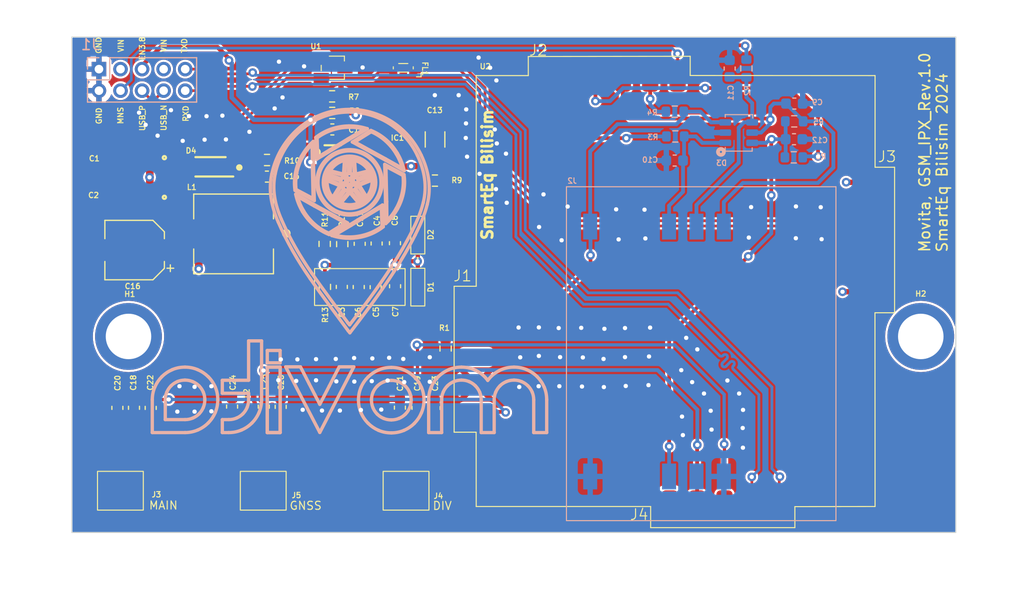
<source format=kicad_pcb>
(kicad_pcb (version 20240108) (generator "pcbnew") (generator_version "7.99")
  (layers (0 "F.Cu" signal) (1 "In1.Cu" signal) (2 "In2.Cu" signal) (31 "B.Cu" signal) (34 "B.Paste" user) (35 "F.Paste" user) (36 "B.SilkS" user "B.Silkscreen") (37 "F.SilkS" user "F.Silkscreen") (38 "B.Mask" user) (39 "F.Mask" user) (44 "Edge.Cuts" user))
  (net 0 "")
  (net 1 "GND")
  (net 2 "/GSM_Castelled/+3V8")
  (net 3 "/91228-3002/USIM_VDD")
  (net 4 "Net-(J2-CLK)")
  (net 5 "Net-(J2-RST)")
  (net 6 "Net-(J2-I{slash}O)")
  (net 7 "/GSM_Castelled/ANT_DIV")
  (net 8 "Net-(D4-K)")
  (net 9 "Net-(IC1-BST)")
  (net 10 "Net-(C15-Pad2)")
  (net 11 "Net-(IC1-COMP)")
  (net 12 "/GSM_Castelled/ANT_MAIN")
  (net 13 "/GSM_Castelled/ANT_GNSS")
  (net 14 "Net-(J3-Pin_1)")
  (net 15 "Net-(J4-Pin_1)")
  (net 16 "Net-(J5-Pin_1)")
  (net 17 "/GSM_Castelled/USB_P")
  (net 18 "/GSM_Castelled/USB_N")
  (net 19 "/91228-3002/MODEM_NET_STATUS")
  (net 20 "/91228-3002/TXD")
  (net 21 "/91228-3002/EN3V8")
  (net 22 "/91228-3002/USB_GSM_P")
  (net 23 "/91228-3002/RXD")
  (net 24 "/91228-3002/USB_GSM_N")
  (net 25 "/91228-3002/VIN")
  (net 26 "Net-(L2-Pad1)")
  (net 27 "Net-(U2-CTS)")
  (net 28 "Net-(U2-RTS)")
  (net 29 "/91228-3002/USIM_RST")
  (net 30 "/91228-3002/USIM_CLK")
  (net 31 "/91228-3002/VDD_EXT_1V8")
  (net 32 "/91228-3002/USIM_PRESENCE")
  (net 33 "/91228-3002/USIM_DATA")
  (net 34 "Net-(IC1-FREQ)")
  (net 35 "Net-(IC1-FB)")
  (footprint "Capacitor_SMD:C_0603_1608Metric" (layer "F.Cu") (at 103.32 98.915 -90)
    (property "Reference" "C5")
    (property "Value" "10pF" (hide yes))
  )
  (footprint "Capacitor_SMD:C_0603_1608Metric" (layer "F.Cu") (at 90 110.005 -90)
    (property "Reference" "C24")
    (property "Value" "DNP" (hide yes))
  )
  (footprint "Capacitor_SMD:C_0603_1608Metric" (layer "F.Cu") (at 99.3 84.27 180)
    (property "Reference" "C14")
    (property "Value" "100nF" (hide yes))
  )
  (footprint "Capacitor_SMD:C_0603_1608Metric" (layer "F.Cu") (at 101.75 98.9 -90)
    (property "Reference" "C6")
    (property "Value" "10pF" (hide yes))
  )
  (footprint "Library:TPET05US3" (layer "F.Cu") (at 98.27 77.615 -90)
    (property "Reference" "U1")
    (property "Value" "TPET05US3" (hide yes))
  )
  (footprint "Capacitor_SMD:C_0603_1608Metric" (layer "F.Cu") (at 93.23 88.65 180)
    (property "Reference" "C15")
    (property "Value" "220pF" (hide yes))
  )
  (footprint "Resistor_SMD:R_0603_1608Metric" (layer "F.Cu") (at 99.29 82.74 180)
    (property "Reference" "R8")
    (property "Value" "100K" (hide yes))
  )
  (footprint "Inductor_SMD:L_7.3x7.3_H3.5" (layer "F.Cu") (at 90.14 93.97 180)
    (property "Reference" "L1")
    (property "Value" "10uH" (hide yes))
  )
  (footprint "Library:SS4FA" (layer "F.Cu") (at 87.79 85.09 180)
    (property "Reference" "D4")
    (property "Value" "SS34FA" (hide yes))
  )
  (footprint "Library:TDZVTR5.1" (layer "F.Cu") (at 107.23 97.26 180)
    (property "Reference" "D1")
    (property "Value" "TDZVTR5.1" (hide yes))
  )
  (footprint "Capacitor_SMD:C_0603_1608Metric" (layer "F.Cu") (at 105.57 110.1 -90)
    (property "Reference" "C19")
    (property "Value" "DNP" (hide yes))
  )
  (footprint "Library:IPEX1-3-TXZ 214" (layer "F.Cu") (at 106.14 116.69 90)
    (property "Reference" "J4")
    (property "Value" "IPEX1-3-TXZ 214" (hide yes))
  )
  (footprint "Library:ACM2012-900-2P-T002" (layer "F.Cu") (at 104.95652 78.950382 180)
    (property "Reference" "FL1")
    (property "Value" "ACM2012-900-2P-T002" (hide yes))
  )
  (footprint "Capacitor_SMD:C_0603_1608Metric" (layer "F.Cu") (at 105.11 94.83 90)
    (property "Reference" "C8")
    (property "Value" "0.1uF" (hide yes))
  )
  (footprint "footprint:Screw_Terminal_1x1" (layer "F.Cu") (at 80.39 103.49)
    (property "Reference" "H1")
    (property "Value" "DNP" (hide yes))
  )
  (footprint "Capacitor_SMD:C_0603_1608Metric" (layer "F.Cu") (at 94.51 110.03 -90)
    (property "Reference" "C26")
    (property "Value" "DNP" (hide yes))
  )
  (footprint "Library:TDZVTR5.1" (layer "F.Cu") (at 107.23 95.73)
    (property "Reference" "D2")
    (property "Value" "TDZVTR5.1" (hide yes))
  )
  (footprint "Capacitor_SMD:C_0603_1608Metric" (layer "F.Cu") (at 107.2 110.115 90)
    (property "Reference" "C21")
    (property "Value" "0R" (hide yes))
  )
  (footprint "Library:IPEX1-3-TXZ 214" (layer "F.Cu") (at 92.89 116.69 90)
    (property "Reference" "J5")
    (property "Value" "IPEX1-3-TXZ 214" (hide yes))
  )
  (footprint "Resistor_SMD:R_0603_1608Metric" (layer "F.Cu") (at 109.81 104.61 90)
    (property "Reference" "R1")
    (property "Value" "0R" (hide yes))
  )
  (footprint "Capacitor_SMD:C_0603_1608Metric" (layer "F.Cu") (at 103.41 94.86 90)
    (property "Reference" "C4")
    (property "Value" "33pF" (hide yes))
  )
  (footprint "Capacitor_SMD:C_0603_1608Metric" (layer "F.Cu") (at 79.36 110.12 -90)
    (property "Reference" "C18")
    (property "Value" "DNP" (hide yes))
  )
  (footprint "Capacitor_SMD:C_1206_3216Metric" (layer "F.Cu") (at 108.83 85.2 90)
    (property "Reference" "C13")
    (property "Value" "10uF" (hide yes))
  )
  (footprint "Capacitor_SMD:C_0603_1608Metric" (layer "F.Cu") (at 92.94 110.01 90)
    (property "Reference" "C25")
    (property "Value" "100pF" (hide yes))
  )
  (footprint "Capacitor_SMD:C_0603_1608Metric" (layer "F.Cu") (at 80.9 110.115 90)
    (property "Reference" "C20")
    (property "Value" "0R" (hide yes))
  )
  (footprint "KiCad:T490A" (layer "F.Cu") (at 81.06 90.57 180)
    (property "Reference" "C2")
    (property "Value" "T490A107M006ATE500" (hide yes))
  )
  (footprint "Capacitor_SMD:C_0603_1608Metric" (layer "F.Cu") (at 105.12 98.825 -90)
    (property "Reference" "C7")
    (property "Value" "0.1uF" (hide yes))
  )
  (footprint "Resistor_SMD:R_0603_1608Metric" (layer "F.Cu") (at 98.59 94.9 -90)
    (property "Reference" "R11")
    (property "Value" "40.2K" (hide yes))
  )
  (footprint "Capacitor_SMD:CP_Elec_5x5.4" (layer "F.Cu") (at 80.96 95.47 180)
    (property "Reference" "C16")
    (property "Value" "100uF" (hide yes))
  )
  (footprint "footprint:Screw_Terminal_1x1" (layer "F.Cu") (at 153.89 103.49)
    (property "Reference" "H2")
    (property "Value" "DNP" (hide yes))
  )
  (footprint "Library:GSM_Castelled" (layer "F.Cu") (at 121.17 79.27 90)
    (property "Reference" "U2")
    (property "Value" "DNP" (hide yes))
  )
  (footprint "Capacitor_SMD:C_0603_1608Metric" (layer "F.Cu") (at 82.45 110.125 -90)
    (property "Reference" "C22")
    (property "Value" "DNP" (hide yes))
  )
  (footprint "Resistor_SMD:R_0603_1608Metric" (layer "F.Cu") (at 93.24 87.11)
    (property "Reference" "R10")
    (property "Value" "68.1K" (hide yes))
  )
  (footprint "Resistor_SMD:R_0603_1608Metric" (layer "F.Cu") (at 99.28 81.2)
    (property "Reference" "R7")
    (property "Value" "24.9K" (hide yes))
  )
  (footprint "Resistor_SMD:R_0603_1608Metric" (layer "F.Cu") (at 108.82 89.02)
    (property "Reference" "R9")
    (property "Value" "200K" (hide yes))
  )
  (footprint "Capacitor_SMD:C_0603_1608Metric" (layer "F.Cu") (at 108.79 110.135 -90)
    (property "Reference" "C23")
    (property "Value" "DNP" (hide yes))
  )
  (footprint "Library:IPEX1-3-TXZ 214" (layer "F.Cu") (at 79.64 116.69 90)
    (property "Reference" "J3")
    (property "Value" "IPEX1-3-TXZ 214" (hide yes))
  )
  (footprint "Inductor_SMD:L_0402_1005Metric" (layer "F.Cu") (at 91.37 110.325 -90)
    (property "Reference" "L2")
    (property "Value" "47nH 5%" (hide yes))
  )
  (footprint "Library:MP1584EN-LF-Z" (layer "F.Cu") (at 101.877 93.545)
    (property "Reference" "IC1")
    (property "Value" "MP1584EN-LF-Z\n" (hide yes))
  )
  (footprint "KiCad:T490A" (layer "F.Cu") (at 81.06 86.89 180)
    (property "Reference" "C1")
    (property "Value" "T490A107M006ATE500" (hide yes))
  )
  (footprint "Resistor_SMD:R_0603_1608Metric" (layer "F.Cu") (at 98.61 98.89 -90)
    (property "Reference" "R13")
    (property "Value" "10R" (hide yes))
  )
  (footprint "Capacitor_SMD:C_0603_1608Metric" (layer "F.Cu") (at 100.18 98.89 -90)
    (property "Reference" "C3")
    (property "Value" "33pF" (hide yes))
  )
  (footprint "Resistor_SMD:R_0603_1608Metric" (layer "F.Cu") (at 100.22 94.92 -90)
    (property "Reference" "R12")
    (property "Value" "150K" (hide yes))
  )
  (footprint "Capacitor_SMD:C_0603_1608Metric" (layer "F.Cu") (at 101.84 94.89 90)
    (property "Reference" "C17")
    (property "Value" "0.1uF" (hide yes))
  )
  (footprint "Capacitor_SMD:C_0603_1608Metric" (layer "B.Cu") (at 142.13 85.18)
    (property "Reference" "C12")
    (property "Value" "33pF" (hide yes))
  )
  (footprint "Resistor_SMD:R_0603_1608Metric" (layer "B.Cu") (at 137.71 78.605 -90)
    (property "Reference" "R2")
    (property "Value" "22R" (hide yes))
  )
  (footprint "Capacitor_SMD:C_0603_1608Metric" (layer "B.Cu") (at 131.06 87.16 180)
    (property "Reference" "C10")
    (property "Value" "33pF" (hide yes))
  )
  (footprint "Library:ESDA6V1-5SC6" (layer "B.Cu") (at 135.75 85.515 90)
    (property "Reference" "D3")
    (property "Value" "ESDA6V1-5SC6" (hide yes))
  )
  (footprint "Resistor_SMD:R_0603_1608Metric" (layer "B.Cu") (at 131.07 82.62 180)
    (property "Reference" "R4")
    (property "Value" "51K" (hide yes))
  )
  (footprint "Capacitor_SMD:C_0603_1608Metric" (layer "B.Cu") (at 136.16 78.615 90)
    (property "Reference" "C11")
    (property "Value" "33pF" (hide yes))
  )
  (footprint "Resistor_SMD:R_0603_1608Metric" (layer "B.Cu") (at 131.12 84.92)
    (property "Reference" "R3")
    (property "Value" "22R" (hide yes))
  )
  (footprint "Resistor_SMD:R_0603_1608Metric" (layer "B.Cu") (at 142.15 83.52 180)
    (property "Reference" "R5")
    (property "Value" "15K" (hide yes))
  )
  (footprint "Connector_PinHeader_2.00mm:PinHeader_2x05_P2.00mm_Vertical" (layer "B.Cu") (at 77.65 78.67 -90)
    (property "Reference" "J1")
    (property "Value" "MALE Through Hole Pin Header" (hide yes))
  )
  (footprint "KiCad:912283002" (layer "B.Cu") (at 133.52 105.09 90)
    (property "Reference" "J2")
    (property "Value" "91228-3002" (hide yes))
  )
  (footprint "Capacitor_SMD:C_0603_1608Metric" (layer "B.Cu") (at 142.16 81.87)
    (property "Reference" "C9")
    (property "Value" "0.1uF" (hide yes))
  )
  (footprint "Resistor_SMD:R_0603_1608Metric" (layer "B.Cu") (at 142.11 86.86 180)
    (property "Reference" "R6")
    (property "Value" "22R" (hide yes))
  )
  (gr_line (start 101.340388 88.568493) (end 101.231106 87.005689) (stroke (width 0.3075)) (layer "B.SilkS"))
  (gr_curve (pts (xy 115.437708 107.685277) (xy 115.663638 107.590573) (xy 115.902632 107.543308) (xy 116.155461 107.543308)) (stroke (width 0.3075)) (layer "B.SilkS"))
  (gr_curve (pts (xy 100.739293 85.151133) (xy 100.739293 85.151133) (xy 101.835241 84.501702) (xy 102.276568 84.240183)) (stroke (width 0.3075)) (layer "B.SilkS"))
  (gr_line (start 101.623701 89.391292) (end 103.076246 88.804426) (stroke (width 0.3075)) (layer "B.SilkS"))
  (gr_line (start 114.314499 109.370434) (end 114.314499 112.416246) (stroke (width 0.3075)) (layer "B.SilkS"))
  (gr_line (start 89.690621 112.416246) (end 89.095071 112.416246) (stroke (width 0.3075)) (layer "B.SilkS"))
  (gr_curve (pts (xy 97.444423 87.424435) (xy 97.444423 87.424435) (xy 97.429974 86.150601) (xy 97.424155 85.637641)) (stroke (width 0.3075)) (layer "B.SilkS"))
  (gr_line (start 93.264779 105.938589) (end 93.264779 104.790544) (stroke (width 0.3075)) (layer "B.SilkS"))
  (gr_curve (pts (xy 112.967336 108.659813) (xy 113.062383 108.881017) (xy 113.109649 109.118034) (xy 113.109649 109.370434)) (stroke (width 0.3075)) (layer "B.SilkS"))
  (gr_curve (pts (xy 109.441217 109.370434) (xy 109.441217 109.118034) (xy 109.488569 108.881017) (xy 109.583531 108.659813)) (stroke (width 0.3075)) (layer "B.SilkS"))
  (gr_arc (start 101.927983 91.140419) (mid 100.920979 91.38412) (end 99.913975 91.140419) (stroke (width 0.3075)) (layer "B.SilkS"))
  (gr_line (start 100.78369 86.931957) (end 100.971605 86.931957) (stroke (width 0.3075)) (layer "B.SilkS"))
  (gr_curve (pts (xy 103.842124 91.478991) (xy 103.161115 91.891759) (xy 101.05406 93.168872) (xy 101.05406 93.168872)) (stroke (width 0.3075)) (layer "B.SilkS"))
  (gr_line (start 102.860473 88.189493) (end 101.340388 88.568493) (stroke (width 0.3075)) (layer "B.SilkS"))
  (gr_curve (pts (xy 105.488761 107.712433) (xy 105.714347 107.807137) (xy 105.910716 107.938021) (xy 106.077521 108.104912)) (stroke (width 0.3075)) (layer "B.SilkS"))
  (gr_curve (pts (xy 86.347034 111.069427) (xy 86.121791 111.164044) (xy 85.882454 111.211396) (xy 85.62971 111.211396)) (stroke (width 0.3075)) (layer "B.SilkS"))
  (gr_curve (pts (xy 94.003931 88.370729) (xy 94.632051 85.406215) (xy 97.015797 83.11004) (xy 99.907093 82.720311)) (stroke (width 0.3075)) (layer "B.SilkS"))
  (gr_curve (pts (xy 90.407944 111.069427) (xy 90.182701 111.164044) (xy 89.943364 111.211396) (xy 89.690621 111.211396)) (stroke (width 0.3075)) (layer "B.SilkS"))
  (gr_curve (pts (xy 87.328617 108.659813) (xy 87.42332 108.881017) (xy 87.470672 109.118034) (xy 87.470672 109.370434)) (stroke (width 0.3075)) (layer "B.SilkS"))
  (gr_line (start 98.778223 88.413509) (end 100.155336 88.86096) (stroke (width 0.3075)) (layer "B.SilkS"))
  (gr_curve (pts (xy 106.077521 108.104912) (xy 106.244413 108.272061) (xy 106.375296 108.466109) (xy 106.47 108.686969)) (stroke (width 0.3075)) (layer "B.SilkS"))
  (gr_line (start 100.426697 89.909981) (end 99.647892 90.981914) (stroke (width 0.3075)) (layer "B.SilkS"))
  (gr_curve (pts (xy 96.445044 86.741164) (xy 95.878967 87.758747) (xy 95.682318 88.892492) (xy 95.837846 89.930674)) (stroke (width 0.3075)) (layer "B.SilkS"))
  (gr_curve (pts (xy 114.76765 106.670093) (xy 114.348101 106.891382) (xy 113.998591 107.191134) (xy 113.718606 107.57012)) (stroke (width 0.3075)) (layer "B.SilkS"))
  (gr_curve (pts (xy 98.138318 109.790069) (xy 98.003052 109.52856) (xy 97.847332 109.228464) (xy 97.671418 108.890041)) (stroke (width 0.3075)) (layer "B.SilkS"))
  (gr_curve (pts (xy 86.935881 110.676604) (xy 86.769075 110.843839) (xy 86.572965 110.974723) (xy 86.347034 111.069427)) (stroke (width 0.3075)) (layer "B.SilkS"))
  (gr_curve (pts (xy 94.570605 92.614945) (xy 93.982446 91.254033) (xy 93.687335 89.864245) (xy 94.003931 88.370729)) (stroke (width 0.3075)) (layer "B.SilkS"))
  (gr_line (start 99.509471 90.957364) (end 100.360573 89.785922) (stroke (width 0.3075)) (layer "B.SilkS"))
  (gr_curve (pts (xy 95.935369 89.846759) (xy 96.107218 89.937898) (xy 97.09516 90.461848) (xy 97.513872 90.68391)) (stroke (width 0.3075)) (layer "B.SilkS"))
  (gr_curve (pts (xy 96.633067 91.827543) (xy 97.206433 92.785075) (xy 98.041903 93.502055) (xy 98.970435 93.898427)) (stroke (width 0.3075)) (layer "B.SilkS"))
  (gr_line (start 93.264779 112.416246) (end 93.264779 106.338458) (stroke (width 0.3075)) (layer "B.SilkS"))
  (gr_line (start 102.306815 90.937547) (end 102.154789 91.048001) (stroke (width 0.3075)) (layer "B.SilkS"))
  (gr_line (start 93.264779 104.790544) (end 94.456136 104.790544) (stroke (width 0.3075)) (layer "B.SilkS"))
  (gr_line (start 99.913975 91.140419) (end 100.920979 89.940318) (stroke (width 0.3075)) (layer "B.SilkS"))
  (gr_curve (pts (xy 104.771351 106.365357) (xy 104.346989 106.365357) (xy 103.952276 106.444505) (xy 103.586696 106.602287)) (stroke (width 0.3075)) (layer "B.SilkS"))
  (gr_curve (pts (xy 106.670751 93.761615) (xy 105.542128 95.994712) (xy 104.150277 98.054816) (xy 102.680653 100.061982)) (stroke (width 0.3075)) (layer "B.SilkS"))
  (gr_line (start 102.453883 90.719861) (end 101.623701 89.391292) (stroke (width 0.3075)) (layer "B.SilkS"))
  (gr_line (start 100.910105 88.318439) (end 100.84519 88.318439) (stroke (width 0.3075)) (layer "B.SilkS"))
  (gr_curve (pts (xy 104.344701 90.965571) (xy 104.344701 90.965571) (xy 104.359151 92.239405) (xy 104.364969 92.752365)) (stroke (width 0.3075)) (layer "B.SilkS"))
  (gr_curve (pts (xy 111.28218 107.543308) (xy 111.534923 107.543308) (xy 111.77194 107.590573) (xy 111.9928 107.685277)) (stroke (width 0.3075)) (layer "B.SilkS"))
  (gr_line (start 89.095071 111.211396) (end 89.690621 111.211396) (stroke (width 0.3075)) (layer "B.SilkS"))
  (gr_line (start 101.389589 89.890164) (end 101.442107 89.852008) (stroke (width 0.3075)) (layer "B.SilkS"))
  (gr_line (start 101.155942 85.436379) (end 102.874701 84.359835) (stroke (width 0.3075)) (layer "B.SilkS"))
  (gr_circle (center 100.894505 89.182198) (end 100.710005 89.182198) (stroke (width 0.3075)) (fill none) (layer "B.SilkS"))
  (gr_curve (pts (xy 111.9928 107.685277) (xy 112.214004 107.779895) (xy 112.408052 107.910864) (xy 112.574944 108.07767)) (stroke (width 0.3075)) (layer "B.SilkS"))
  (gr_line (start 100.155336 88.86096) (end 100.097267 89.039678) (stroke (width 0.3075)) (layer "B.SilkS"))
  (gr_curve (pts (xy 100.831333 83.94401) (xy 99.667042 83.962564) (xy 98.586866 84.359134) (xy 97.765537 85.012916)) (stroke (width 0.3075)) (layer "B.SilkS"))
  (gr_line (start 99.647892 90.981914) (end 99.595374 90.943758) (stroke (width 0.3075)) (layer "B.SilkS"))
  (gr_curve (pts (xy 107.541209 86.652173) (xy 108.230242 88.10757) (xy 108.498871 89.634794) (xy 108.103011 91.234026)) (stroke (width 0.3075)) (layer "B.SilkS"))
  (gr_curve (pts (xy 100.773237 102.966988) (xy 99.593146 101.352688) (xy 98.380931 99.760855) (xy 97.2428 98.116235)) (stroke (width 0.3075)) (layer "B.SilkS"))
  (gr_curve (pts (xy 108.473385 108.186123) (xy 108.315603 108.551703) (xy 108.236368 108.946502) (xy 108.236368 109.370434)) (stroke (width 0.3075)) (layer "B.SilkS"))
  (gr_line (start 94.456136 105.938589) (end 93.264779 105.938589) (stroke (width 0.3075)) (layer "B.SilkS"))
  (gr_curve (pts (xy 99.239077 94.115376) (xy 99.782513 94.292685) (xy 100.361512 94.385537) (xy 100.96202 94.375996)) (stroke (width 0.3075)) (layer "B.SilkS"))
  (gr_line (start 100.836085 85.222785) (end 97.838473 87.039677) (stroke (width 0.3075)) (layer "B.SilkS"))
  (gr_curve (pts (xy 116.866082 107.685277) (xy 117.087286 107.779895) (xy 117.28099 107.910864) (xy 117.447882 108.07767)) (stroke (width 0.3075)) (layer "B.SilkS"))
  (gr_curve (pts (xy 100.75444 102.236899) (xy 99.630544 100.69947) (xy 98.476054 99.183439) (xy 97.392119 97.617134)) (stroke (width 0.3075)) (layer "B.SilkS"))
  (gr_curve (pts (xy 87.328617 110.087844) (xy 87.233656 110.313774) (xy 87.10303 110.509799) (xy 86.935881 110.676604)) (stroke (width 0.3075)) (layer "B.SilkS"))
  (gr_line (start 99.595374 90.943758) (end 100.374179 89.871825) (stroke (width 0.3075)) (layer "B.SilkS"))
  (gr_line (start 93.264779 112.416246) (end 93.264779 106.338458) (stroke (width 0.3075)) (layer "B.SilkS"))
  (gr_line (start 99.661497 91.067818) (end 99.509471 90.957364) (stroke (width 0.3075)) (layer "B.SilkS"))
  (gr_line (start 101.805687 89.450423) (end 102.478527 90.527191) (stroke (width 0.3075)) (layer "B.SilkS"))
  (gr_line (start 117.982587 112.416246) (end 117.982587 109.370434) (stroke (width 0.3075)) (layer "B.SilkS"))
  (gr_curve (pts (xy 100.902425 102.413157) (xy 100.830324 102.32722) (xy 100.789331 102.284251) (xy 100.75444 102.236899)) (stroke (width 0.3075)) (layer "B.SilkS"))
  (gr_curve (pts (xy 109.583531 108.659813) (xy 109.678234 108.438867) (xy 109.809118 108.244905) (xy 109.975923 108.07767)) (stroke (width 0.3075)) (layer "B.SilkS"))
  (gr_line (start 100.920979 89.940318) (end 101.927983 91.140419) (stroke (width 0.3075)) (layer "B.SilkS"))
  (gr_line (start 105.969067 88.102861) (end 104.228223 87.123942) (stroke (width 0.3075)) (layer "B.SilkS"))
  (gr_curve (pts (xy 109.130036 107.224994) (xy 108.850394 107.500339) (xy 108.63151 107.820543) (xy 108.473385 108.186123)) (stroke (width 0.3075)) (layer "B.SilkS"))
  (gr_curve (pts (xy 97.886972 85.055416) (xy 97.893967 85.249811) (xy 97.934184 86.367369) (xy 97.951228 86.841015)) (stroke (width 0.3075)) (layer "B.SilkS"))
  (gr_curve (pts (xy 105.34408 91.648842) (xy 105.910157 90.631259) (xy 106.106806 89.497514) (xy 105.951278 88.459331)) (stroke (width 0.3075)) (layer "B.SilkS"))
  (gr_curve (pts (xy 103.586696 112.206385) (xy 103.952276 112.364511) (xy 104.346989 112.443402) (xy 104.771351 112.443402)) (stroke (width 0.3075)) (layer "B.SilkS"))
  (gr_curve (pts (xy 85.62971 107.543308) (xy 85.882454 107.543308) (xy 86.121791 107.590573) (xy 86.347034 107.685277)) (stroke (width 0.3075)) (layer "B.SilkS"))
  (gr_line (start 119.187437 109.370434) (end 119.187437 112.416246) (stroke (width 0.3075)) (layer "B.SilkS"))
  (gr_line (start 100.84519 88.318439) (end 100.84519 86.993457) (stroke (width 0.3075)) (layer "B.SilkS"))
  (gr_curve (pts (xy 117.840618 108.659813) (xy 117.935322 108.881017) (xy 117.982587 109.118034) (xy 117.982587 109.370434)) (stroke (width 0.3075)) (layer "B.SilkS"))
  (gr_line (start 101.303686 89.876559) (end 101.455713 89.766105) (stroke (width 0.3075)) (layer "B.SilkS"))
  (gr_curve (pts (xy 82.834322 108.186123) (xy 82.67654 108.551703) (xy 82.597649 108.946502) (xy 82.597649 109.370434)) (stroke (width 0.3075)) (layer "B.SilkS"))
  (gr_curve (pts (xy 102.898612 84.48625) (xy 102.733759 84.589506) (xy 101.786034 85.183113) (xy 101.384366 85.434698)) (stroke (width 0.3075)) (layer "B.SilkS"))
  (gr_line (start 85.62971 112.416246) (end 82.597649 112.416246) (stroke (width 0.3075)) (layer "B.SilkS"))
  (gr_curve (pts (xy 105.229001 91.602909) (xy 105.771564 90.627594) (xy 105.974753 89.545565) (xy 105.853755 88.543247)) (stroke (width 0.3075)) (layer "B.SilkS"))
  (gr_circle (center 100.894505 89.182198) (end 98.458207 89.182198) (stroke (width 0.3075)) (fill none) (layer "B.SilkS"))
  (gr_curve (pts (xy 97.532218 85.379361) (xy 97.106946 85.761337) (xy 96.737034 86.216339) (xy 96.445044 86.741164)) (stroke (width 0.3075)) (layer "B.SilkS"))
  (gr_line (start 98.729127 88.854782) (end 100.181671 89.441649) (stroke (width 0.3075)) (layer "B.SilkS"))
  (gr_line (start 104.234253 91.01357) (end 104.159585 87.509115) (stroke (width 0.3075)) (layer "B.SilkS"))
  (gr_curve (pts (xy 102.930389 109.397676) (xy 102.930389 109.14519) (xy 102.97774 108.908174) (xy 103.072358 108.686969)) (stroke (width 0.3075)) (layer "B.SilkS"))
  (gr_curve (pts (xy 101.05406 93.168872) (xy 101.05406 93.168872) (xy 99.958112 93.818303) (xy 99.516785 94.079822)) (stroke (width 0.3075)) (layer "B.SilkS"))
  (gr_curve (pts (xy 99.505677 107.143782) (xy 99.343168 107.455307) (xy 99.181003 107.771215) (xy 99.018237 108.09142)) (stroke (width 0.3075)) (layer "B.SilkS"))
  (gr_curve (pts (xy 111.28218 106.338458) (xy 110.858162 106.338458) (xy 110.463019 106.417349) (xy 110.097783 106.575131)) (stroke (width 0.3075)) (layer "B.SilkS"))
  (gr_curve (pts (xy 101.725625 109.397676) (xy 101.725625 109.812928) (xy 101.804516 110.205321) (xy 101.962212 110.575283)) (stroke (width 0.3075)) (layer "B.SilkS"))
  (gr_line (start 101.681325 89.007613) (end 101.623256 88.828895) (stroke (width 0.3075)) (layer "B.SilkS"))
  (gr_curve (pts (xy 86.807317 112.179229) (xy 87.177538 112.021447) (xy 87.502555 111.802563) (xy 87.781854 111.522921)) (stroke (width 0.3075)) (layer "B.SilkS"))
  (gr_circle (center 100.303023 89.003326) (end 100.192323 89.003326) (stroke (width 0.3075)) (fill none) (layer "B.SilkS"))
  (gr_curve (pts (xy 101.384366 85.434698) (xy 102.082339 85.818084) (xy 104.241879 87.004291) (xy 104.241879 87.004291)) (stroke (width 0.3075)) (layer "B.SilkS"))
  (gr_curve (pts (xy 99.883522 82.474571) (xy 103.090738 82.042437) (xy 106.140765 83.694817) (xy 107.541209 86.652173)) (stroke (width 0.3075)) (layer "B.SilkS"))
  (gr_curve (pts (xy 109.975923 108.07767) (xy 110.143158 107.910864) (xy 110.339183 107.779895) (xy 110.56477 107.685277)) (stroke (width 0.3075)) (layer "B.SilkS"))
  (gr_arc (start 99.104166 88.106518) (mid 99.672277 87.499944) (end 100.424718 87.147077) (stroke (width 0.3075)) (layer "B.SilkS"))
  (gr_curve (pts (xy 87.781854 107.224994) (xy 87.502555 106.949734) (xy 87.177538 106.733257) (xy 86.807317 106.575131)) (stroke (width 0.3075)) (layer "B.SilkS"))
  (gr_line (start 91.531583 107.556714) (end 91.531583 103.901688) (stroke (width 0.3075)) (layer "B.SilkS"))
  (gr_line (start 89.095071 112.416246) (end 89.095071 111.211396) (stroke (width 0.3075)) (layer "B.SilkS"))
  (gr_curve (pts (xy 105.969067 88.102861) (xy 105.850903 87.543577) (xy 105.641816 86.995723) (xy 105.333299 86.480439)) (stroke (width 0.3075)) (layer "B.SilkS"))
  (gr_curve (pts (xy 99.516785 94.079822) (xy 99.972937 94.200044) (xy 100.451352 94.261199) (xy 100.944259 94.253367)) (stroke (width 0.3075)) (layer "B.SilkS"))
  (gr_line (start 100.971605 88.379939) (end 100.78369 88.379939) (stroke (width 0.3075)) (layer "B.SilkS"))
  (gr_line (start 94.456136 104.790544) (end 94.456136 105.938589) (stroke (width 0.3075)) (layer "B.SilkS"))
  (gr_line (start 100.097267 89.039678) (end 98.720154 88.592227) (stroke (width 0.3075)) (layer "B.SilkS"))
  (gr_line (start 102.168394 90.962097) (end 101.389589 89.890164) (stroke (width 0.3075)) (layer "B.SilkS"))
  (gr_line (start 94.456136 106.338458) (end 94.456136 112.416246) (stroke (width 0.3075)) (layer "B.SilkS"))
  (gr_line (start 102.98293 88.974786) (end 101.805687 89.450423) (stroke (width 0.3075)) (layer "B.SilkS"))
  (gr_curve (pts (xy 101.962212 108.21328) (xy 101.804516 108.578516) (xy 101.725625 108.973658) (xy 101.725625 109.397676)) (stroke (width 0.3075)) (layer "B.SilkS"))
  (gr_circle (center 100.881845 88.564391) (end 100.801895 88.564391) (stroke (width 0.3075)) (fill none) (layer "B.SilkS"))
  (gr_curve (pts (xy 98.970435 93.898427) (xy 99.135288 93.795172) (xy 100.083013 93.201564) (xy 100.48468 92.94998)) (stroke (width 0.3075)) (layer "B.SilkS"))
  (gr_line (start 98.720154 88.592227) (end 98.778223 88.413509) (stroke (width 0.3075)) (layer "B.SilkS"))
  (gr_curve (pts (xy 104.771351 111.238638) (xy 104.518607 111.238638) (xy 104.279184 111.191286) (xy 104.053597 111.096583)) (stroke (width 0.3075)) (layer "B.SilkS"))
  (gr_line (start 102.980943 88.520677) (end 101.72081 88.930119) (stroke (width 0.3075)) (layer "B.SilkS"))
  (gr_curve (pts (xy 88.675436 109.370434) (xy 88.675436 108.946502) (xy 88.596545 108.551703) (xy 88.438419 108.186123)) (stroke (width 0.3075)) (layer "B.SilkS"))
  (gr_curve (pts (xy 96.069624 90.504542) (xy 96.193585 90.959692) (xy 96.379831 91.40459) (xy 96.633067 91.827543)) (stroke (width 0.3075)) (layer "B.SilkS"))
  (gr_line (start 104.159585 87.509115) (end 105.951278 88.459331) (stroke (width 0.3075)) (layer "B.SilkS"))
  (gr_curve (pts (xy 117.447882 108.07767) (xy 117.615031 108.244905) (xy 117.746 108.438867) (xy 117.840618 108.659813)) (stroke (width 0.3075)) (layer "B.SilkS"))
  (gr_curve (pts (xy 106.916791 107.252236) (xy 106.641532 106.976977) (xy 106.318921 106.760413) (xy 105.948958 106.602287)) (stroke (width 0.3075)) (layer "B.SilkS"))
  (gr_line (start 99.999685 89.50078) (end 98.822438 89.025141) (stroke (width 0.3075)) (layer "B.SilkS"))
  (gr_curve (pts (xy 103.464836 110.703847) (xy 103.297945 110.537041) (xy 103.167062 110.340587) (xy 103.072358 110.115)) (stroke (width 0.3075)) (layer "B.SilkS"))
  (gr_curve (pts (xy 102.618864 111.549819) (xy 102.898849 111.829719) (xy 103.221116 112.048603) (xy 103.586696 112.206385)) (stroke (width 0.3075)) (layer "B.SilkS"))
  (gr_curve (pts (xy 112.574944 108.07767) (xy 112.742093 108.244905) (xy 112.872719 108.438867) (xy 112.967336 108.659813)) (stroke (width 0.3075)) (layer "B.SilkS"))
  (gr_curve (pts (xy 91.531583 109.370434) (xy 91.531583 109.623263) (xy 91.484231 109.8626) (xy 91.389527 110.087844)) (stroke (width 0.3075)) (layer "B.SilkS"))
  (gr_line (start 94.456136 112.416246) (end 93.264779 112.416246) (stroke (width 0.3075)) (layer "B.SilkS"))
  (gr_line (start 99.326848 90.577544) (end 99.999685 89.50078) (stroke (width 0.3075)) (layer "B.SilkS"))
  (gr_curve (pts (xy 101.962212 110.575283) (xy 102.120338 110.945504) (xy 102.339222 111.270177) (xy 102.618864 111.549819)) (stroke (width 0.3075)) (layer "B.SilkS"))
  (gr_arc (start 99.326848 90.577544) (mid 98.925493 89.849805) (end 98.822438 89.025141) (stroke (width 0.3075)) (layer "B.SilkS"))
  (gr_line (start 93.264779 106.338458) (end 94.456136 106.338458) (stroke (width 0.3075)) (layer "B.SilkS"))
  (gr_curve (pts (xy 105.23598 86.557134) (xy 104.662614 85.599603) (xy 103.827144 84.882622) (xy 102.898612 84.48625)) (stroke (width 0.3075)) (layer "B.SilkS"))
  (gr_line (start 97.532218 85.379361) (end 97.554872 87.376436) (stroke (width 0.3075)) (layer "B.SilkS"))
  (gr_circle (center 100.894505 89.182198) (end 97.855833 89.182198) (stroke (width 0.3075)) (fill none) (layer "B.SilkS"))
  (gr_curve (pts (xy 97.424155 85.637641) (xy 97.091964 85.972569) (xy 96.799794 86.356311) (xy 96.560124 86.787097)) (stroke (width 0.3075)) (layer "B.SilkS"))
  (gr_line (start 102.960883 88.458939) (end 102.980943 88.520677) (stroke (width 0.3075)) (layer "B.SilkS"))
  (gr_line (start 100.557904 87.005689) (end 100.448622 88.568493) (stroke (width 0.3075)) (layer "B.SilkS"))
  (gr_curve (pts (xy 106.47 110.115) (xy 106.375296 110.340587) (xy 106.244413 110.537041) (xy 106.077521 110.703847)) (stroke (width 0.3075)) (layer "B.SilkS"))
  (gr_arc (start 101.364293 87.147082) (mid 102.116724 87.499961) (end 102.684849 88.106517) (stroke (width 0.3075)) (layer "B.SilkS"))
  (gr_line (start 101.72081 88.930119) (end 101.70075 88.868381) (stroke (width 0.3075)) (layer "B.SilkS"))
  (gr_curve (pts (xy 105.948958 112.206385) (xy 106.318921 112.048603) (xy 106.641532 111.829719) (xy 106.916791 111.549819)) (stroke (width 0.3075)) (layer "B.SilkS"))
  (gr_curve (pts (xy 100.928621 103.15206) (xy 100.852914 103.061825) (xy 100.809872 103.016708) (xy 100.773237 102.966988)) (stroke (width 0.3075)) (layer "B.SilkS"))
  (gr_curve (pts (xy 84.445314 106.575131) (xy 84.07982 106.733257) (xy 83.759529 106.949734) (xy 83.48427 107.224994)) (stroke (width 0.3075)) (layer "B.SilkS"))
  (gr_line (start 113.109649 112.416246) (end 113.109649 109.370434) (stroke (width 0.3075)) (layer "B.SilkS"))
  (gr_curve (pts (xy 99.907093 82.720311) (xy 102.961584 82.308754) (xy 105.866372 83.88245) (xy 107.200128 86.698979)) (stroke (width 0.3075)) (layer "B.SilkS"))
  (gr_circle (center 100.303023 89.003326) (end 100.223073 89.003326) (stroke (width 0.3075)) (fill none) (layer "B.SilkS"))
  (gr_curve (pts (xy 98.537844 109.01869) (xy 98.380062 109.316379) (xy 98.246772 109.573591) (xy 98.138318 109.790069)) (stroke (width 0.3075)) (layer "B.SilkS"))
  (gr_line (start 100.5126 89.896375) (end 99.661497 91.067818) (stroke (width 0.3075)) (layer "B.SilkS"))
  (gr_line (start 103.95488 91.280329) (end 104.027816 93.307089) (stroke (width 0.3075)) (layer "B.SilkS"))
  (gr_line (start 89.095071 108.761478) (end 89.095071 107.556714) (stroke (width 0.3075)) (layer "B.SilkS"))
  (gr_curve (pts (xy 117.333068 106.575131) (xy 116.963106 106.417349) (xy 116.570369 106.338458) (xy 116.155461 106.338458)) (stroke (width 0.3075)) (layer "B.SilkS"))
  (gr_curve (pts (xy 104.275253 87.706095) (xy 104.292216 88.502251) (xy 104.344701 90.965571) (xy 104.344701 90.965571)) (stroke (width 0.3075)) (layer "B.SilkS"))
  (gr_curve (pts (xy 104.256906 93.010645) (xy 104.682178 92.628669) (xy 105.05209 92.173667) (xy 105.34408 91.648842)) (stroke (width 0.3075)) (layer "B.SilkS"))
  (gr_curve (pts (xy 103.586696 106.602287) (xy 103.221116 106.760413) (xy 102.898849 106.976977) (xy 102.618864 107.252236)) (stroke (width 0.3075)) (layer "B.SilkS"))
  (gr_line (start 100.448622 88.568493) (end 98.928537 88.189493) (stroke (width 0.3075)) (layer "B.SilkS"))
  (gr_line (start 119.187437 112.416246) (end 117.982587 112.416246) (stroke (width 0.3075)) (layer "B.SilkS"))
  (gr_curve (pts (xy 104.771351 107.57012) (xy 105.023836 107.57012) (xy 105.263173 107.617472) (xy 105.488761 107.712433)) (stroke (width 0.3075)) (layer "B.SilkS"))
  (gr_curve (pts (xy 99.018237 108.09142) (xy 98.856072 108.41171) (xy 98.695969 108.720915) (xy 98.537844 109.01869)) (stroke (width 0.3075)) (layer "B.SilkS"))
  (gr_curve (pts (xy 86.807317 106.575131) (xy 86.437355 106.417349) (xy 86.044962 106.338458) (xy 85.62971 106.338458)) (stroke (width 0.3075)) (layer "B.SilkS"))
  (gr_curve (pts (xy 87.781854 111.522921) (xy 88.061753 111.243279) (xy 88.280637 110.918348) (xy 88.438419 110.548041)) (stroke (width 0.3075)) (layer "B.SilkS"))
  (gr_curve (pts (xy 107.56631 110.575283) (xy 107.724436 110.205321) (xy 107.803327 109.812928) (xy 107.803327 109.397676)) (stroke (width 0.3075)) (layer "B.SilkS"))
  (gr_curve (pts (xy 105.948958 106.602287) (xy 105.578995 106.444505) (xy 105.186259 106.365357) (xy 104.771351 106.365357)) (stroke (width 0.3075)) (layer "B.SilkS"))
  (gr_line (start 100.713104 92.948299) (end 98.994346 94.024843) (stroke (width 0.3075)) (layer "B.SilkS"))
  (gr_curve (pts (xy 83.802154 109.370434) (xy 83.802154 109.118034) (xy 83.84985 108.881017) (xy 83.944468 108.659813)) (stroke (width 0.3075)) (layer "B.SilkS"))
  (gr_line (start 102.220912 90.923941) (end 102.168394 90.962097) (stroke (width 0.3075)) (layer "B.SilkS"))
  (gr_line (start 100.971605 86.931957) (end 100.971605 88.379939) (stroke (width 0.3075)) (layer "B.SilkS"))
  (gr_curve (pts (xy 106.47 108.686969) (xy 106.564961 108.908174) (xy 106.612313 109.14519) (xy 106.612313 109.397676)) (stroke (width 0.3075)) (layer "B.SilkS"))
  (gr_curve (pts (xy 103.072358 108.686969) (xy 103.167062 108.466109) (xy 103.297945 108.272061) (xy 103.464836 108.104912)) (stroke (width 0.3075)) (layer "B.SilkS"))
  (gr_curve (pts (xy 102.276568 84.240183) (xy 101.820416 84.119961) (xy 101.342 84.058806) (xy 100.849094 84.066638)) (stroke (width 0.3075)) (layer "B.SilkS"))
  (gr_curve (pts (xy 103.072358 110.115) (xy 102.97774 109.889413) (xy 102.930389 109.65042) (xy 102.930389 109.397676)) (stroke (width 0.3075)) (layer "B.SilkS"))
  (gr_line (start 91.531583 109.370434) (end 91.531583 108.761478) (stroke (width 0.3075)) (layer "B.SilkS"))
  (gr_curve (pts (xy 105.799423 87.880136) (xy 105.675462 87.424985) (xy 105.489216 86.980088) (xy 105.23598 86.557134)) (stroke (width 0.3075)) (layer "B.SilkS"))
  (gr_curve (pts (xy 106.985363 94.067941) (xy 105.800309 96.412692) (xy 104.338866 98.575801) (xy 102.79576 100.683326)) (stroke (width 0.3075)) (layer "B.SilkS"))
  (gr_line (start 101.442107 89.852008) (end 102.220912 90.923941) (stroke (width 0.3075)) (layer "B.SilkS"))
  (gr_curve (pts (xy 102.79576 100.683326) (xy 102.191909 101.50744) (xy 101.564145 102.313147) (xy 100.928621 103.15206)) (stroke (width 0.3075)) (layer "B.SilkS"))
  (gr_curve (pts (xy 114.848947 108.07767) (xy 115.016096 107.910864) (xy 115.212464 107.779895) (xy 115.437708 107.685277)) (stroke (width 0.3075)) (layer "B.SilkS"))
  (gr_curve (pts (xy 96.560124 86.787097) (xy 96.01756 87.762412) (xy 95.814372 88.844441) (xy 95.935369 89.846759)) (stroke (width 0.3075)) (layer "B.SilkS"))
  (gr_curve (pts (xy 116.155461 107.543308) (xy 116.408205 107.543308) (xy 116.644878 107.590573) (xy 116.866082 107.685277)) (stroke (width 0.3075)) (layer "B.SilkS"))
  (gr_curve (pts (xy 105.853755 88.543247) (xy 105.681906 88.452107) (xy 104.693965 87.928157) (xy 104.275253 87.706095)) (stroke (width 0.3075)) (layer "B.SilkS"))
  (gr_curve (pts (xy 84.919004 107.685277) (xy 85.140208 107.590573) (xy 85.377225 107.543308) (xy 85.62971 107.543308)) (stroke (width 0.3075)) (layer "B.SilkS"))
  (gr_curve (pts (xy 106.077521 110.703847) (xy 105.910716 110.870996) (xy 105.714347 111.001621) (xy 105.488761 111.096583)) (stroke (width 0.3075)) (layer "B.SilkS"))
  (gr_line (start 100.057782 88.962183) (end 98.797649 88.552741) (stroke (width 0.3075)) (layer "B.SilkS"))
  (gr_line (start 101.70075 88.868381) (end 102.960883 88.458939) (stroke (width 0.3075)) (layer "B.SilkS"))
  (gr_circle (center 100.541609 89.689456) (end 100.461659 89.689456) (stroke (width 0.3075)) (fill none) (layer "B.SilkS"))
  (gr_curve (pts (xy 99.938718 106.311302) (xy 99.812475 106.555022) (xy 99.668099 106.832601) (xy 99.505677 107.143782)) (stroke (width 0.3075)) (layer "B.SilkS"))
  (gr_line (start 114.314499 112.416246) (end 113.109649 112.416246) (stroke (width 0.3075)) (layer "B.SilkS"))
  (gr_curve (pts (xy 92.49933 110.548041) (xy 92.657455 110.178164) (xy 92.736346 109.785686) (xy 92.736346 109.370434)) (stroke (width 0.3075)) (layer "B.SilkS"))
  (gr_curve (pts (xy 91.842764 111.522921) (xy 92.122664 111.243279) (xy 92.341548 110.918348) (xy 92.49933 110.548041)) (stroke (width 0.3075)) (layer "B.SilkS"))
  (gr_circle (center 101.268141 89.674379) (end 101.157441 89.674379) (stroke (width 0.3075)) (fill none) (layer "B.SilkS"))
  (gr_curve (pts (xy 114.456469 108.659813) (xy 114.551172 108.438867) (xy 114.682055 108.244905) (xy 114.848947 108.07767)) (stroke (width 0.3075)) (layer "B.SilkS"))
  (gr_circle (center 100.894505 89.182198) (end 98.557505 89.182198) (stroke (width 0.3075)) (fill none) (layer "B.SilkS"))
  (gr_arc (start 103.076246 88.804426) (mid 102.996862 89.83746) (end 102.453883 90.719861) (stroke (width 0.3075)) (layer "B.SilkS"))
  (gr_curve (pts (xy 87.470672 109.370434) (xy 87.470672 109.623263) (xy 87.42332 109.8626) (xy 87.328617 110.087844)) (stroke (width 0.3075)) (layer "B.SilkS"))
  (gr_line (start 109.441217 109.370434) (end 109.441217 112.416246) (stroke (width 0.3075)) (layer "B.SilkS"))
  (gr_curve (pts (xy 85.62971 112.416246) (xy 86.044962 112.416246) (xy 86.437355 112.337355) (xy 86.807317 112.179229)) (stroke (width 0.3075)) (layer "B.SilkS"))
  (gr_line (start 100.78369 88.379939) (end 100.78369 86.931957) (stroke (width 0.3075)) (layer "B.SilkS"))
  (gr_curve (pts (xy 96.535748 91.904239) (xy 97.133962 92.903267) (xy 98.017489 93.640443) (xy 98.994346 94.024843)) (stroke (width 0.3075)) (layer "B.SilkS"))
  (gr_curve (pts (xy 97.392119 97.617134) (xy 96.302426 96.042322) (xy 95.335969 94.386384) (xy 94.570605 92.614945)) (stroke (width 0.3075)) (layer "B.SilkS"))
  (gr_line (start 98.817709 88.491003) (end 100.077842 88.900445) (stroke (width 0.3075)) (layer "B.SilkS"))
  (gr_curve (pts (xy 86.935881 108.07767) (xy 87.10303 108.244905) (xy 87.233656 108.438867) (xy 87.328617 108.659813)) (stroke (width 0.3075)) (layer "B.SilkS"))
  (gr_curve (pts (xy 104.364969 92.752365) (xy 104.697161 92.417437) (xy 104.98933 92.033694) (xy 105.229001 91.602909)) (stroke (width 0.3075)) (layer "B.SilkS"))
  (gr_line (start 109.441217 112.416246) (end 108.236368 112.416246) (stroke (width 0.3075)) (layer "B.SilkS"))
  (gr_curve (pts (xy 88.438419 110.548041) (xy 88.596545 110.178164) (xy 88.675436 109.785686) (xy 88.675436 109.370434)) (stroke (width 0.3075)) (layer "B.SilkS"))
  (gr_line (start 94.971076 106.311302) (end 96.338005 106.311302) (stroke (width 0.3075)) (layer "B.SilkS"))
  (gr_line (start 92.736346 103.901688) (end 92.736346 109.370434) (stroke (width 0.3075)) (layer "B.SilkS"))
  (gr_curve (pts (xy 97.150376 107.881645) (xy 96.978844 107.547604) (xy 96.821062 107.238486) (xy 96.676428 106.954461)) (stroke (width 0.3075)) (layer "B.SilkS"))
  (gr_line (start 94.456136 112.416246) (end 93.264779 112.416246) (stroke (width 0.3075)) (layer "B.SilkS"))
  (gr_line (start 89.095071 107.556714) (end 91.531583 107.556714) (stroke (width 0.3075)) (layer "B.SilkS"))
  (gr_line (start 101.292584 106.311302) (end 98.138318 112.402753) (stroke (width 0.3075)) (layer "B.SilkS"))
  (gr_line (start 98.138318 112.402753) (end 94.971076 106.311302) (stroke (width 0.3075)) (layer "B.SilkS"))
  (gr_line (start 100.181671 89.441649) (end 99.351489 90.770218) (stroke (width 0.3075)) (layer "B.SilkS"))
  (gr_line (start 100.360573 89.785922) (end 100.5126 89.896375) (stroke (width 0.3075)) (layer "B.SilkS"))
  (gr_curve (pts (xy 107.735178 91.062649) (xy 107.500567 92.010286) (xy 107.108089 92.896564) (xy 106.670751 93.761615)) (stroke (width 0.3075)) (layer "B.SilkS"))
  (gr_line (start 97.62954 90.880891) (end 95.837846 89.930674) (stroke (width 0.3075)) (layer "B.SilkS"))
  (gr_curve (pts (xy 108.103011 91.234026) (xy 107.85667 92.229045) (xy 107.444568 93.159637) (xy 106.985363 94.067941)) (stroke (width 0.3075)) (layer "B.SilkS"))
  (gr_line (start 100.957268 93.09722) (end 103.95488 91.280329) (stroke (width 0.3075)) (layer "B.SilkS"))
  (gr_curve (pts (xy 86.347034 107.685277) (xy 86.572965 107.779895) (xy 86.769075 107.910864) (xy 86.935881 108.07767)) (stroke (width 0.3075)) (layer "B.SilkS"))
  (gr_curve (pts (xy 97.627168 91.380386) (xy 97.627168 91.380386) (xy 96.51677 90.755983) (xy 96.069624 90.504542)) (stroke (width 0.3075)) (layer "B.SilkS"))
  (gr_line (start 99.938718 106.311302) (end 101.292584 106.311302) (stroke (width 0.3075)) (layer "B.SilkS"))
  (gr_curve (pts (xy 105.488761 111.096583) (xy 105.263173 111.191286) (xy 105.023836 111.238638) (xy 104.771351 111.238638)) (stroke (width 0.3075)) (layer "B.SilkS"))
  (gr_line (start 93.264779 106.338458) (end 94.456136 106.338458) (stroke (width 0.3075)) (layer "B.SilkS"))
  (gr_curve (pts (xy 104.053597 107.712433) (xy 104.279184 107.617472) (xy 104.518607 107.57012) (xy 104.771351 107.57012)) (stroke (width 0.3075)) (layer "B.SilkS"))
  (gr_line (start 97.640824 91.260736) (end 100.713104 92.948299) (stroke (width 0.3075)) (layer "B.SilkS"))
  (gr_curve (pts (xy 85.62971 106.338458) (xy 85.205693 106.338458) (xy 84.81055 106.417349) (xy 84.445314 106.575131)) (stroke (width 0.3075)) (layer "B.SilkS"))
  (gr_circle (center 100.541609 89.689456) (end 100.430909 89.689456) (stroke (width 0.3075)) (fill none) (layer "B.SilkS"))
  (gr_line (start 100.910105 86.993457) (end 100.910105 88.318439) (stroke (width 0.3075)) (layer "B.SilkS"))
  (gr_circle (center 101.478337 88.979822) (end 101.367637 88.979822) (stroke (width 0.3075)) (fill none) (layer "B.SilkS"))
  (gr_line (start 82.597649 112.416246) (end 82.597649 109.370434) (stroke (width 0.3075)) (layer "B.SilkS"))
  (gr_curve (pts (xy 113.718606 107.57012) (xy 113.438964 107.191134) (xy 113.08722 106.891382) (xy 112.662858 106.670093)) (stroke (width 0.3075)) (layer "B.SilkS"))
  (gr_curve (pts (xy 118.95042 108.186123) (xy 118.792638 107.820543) (xy 118.576161 107.500339) (xy 118.300901 107.224994)) (stroke (width 0.3075)) (layer "B.SilkS"))
  (gr_curve (pts (xy 102.680653 100.061982) (xy 102.105556 100.846853) (xy 101.507686 101.614193) (xy 100.902425 102.413157)) (stroke (width 0.3075)) (layer "B.SilkS"))
  (gr_curve (pts (xy 95.899979 90.281817) (xy 96.018144 90.841101) (xy 96.227231 91.388955) (xy 96.535748 91.904239)) (stroke (width 0.3075)) (layer "B.SilkS"))
  (gr_curve (pts (xy 116.155461 106.338458) (xy 115.649888 106.338458) (xy 115.187285 106.448888) (xy 114.76765 106.670093)) (stroke (width 0.3075)) (layer "B.SilkS"))
  (gr_curve (pts (xy 107.56631 108.21328) (xy 107.408614 107.847786) (xy 107.19205 107.527495) (xy 106.916791 107.252236)) (stroke (width 0.3075)) (layer "B.SilkS"))
  (gr_line (start 100.336148 88.413686) (end 100.424718 87.147077) (stroke (width 0.3075)) (layer "B.SilkS"))
  (gr_circle (center 101.478337 88.979822) (end 101.398387 88.979822) (stroke (width 0.3075)) (fill none) (layer "B.SilkS"))
  (gr_curve (pts (xy 97.951228 86.841015) (xy 98.632237 86.428247) (xy 100.739293 85.151133) (xy 100.739293 85.151133)) (stroke (width 0.3075)) (layer "B.SilkS"))
  (gr_curve (pts (xy 103.906381 93.264589) (xy 103.899386 93.070194) (xy 103.859169 91.952637) (xy 103.842124 91.478991)) (stroke (width 0.3075)) (layer "B.SilkS"))
  (gr_curve (pts (xy 118.300901 107.224994) (xy 118.025556 106.949734) (xy 117.703031 106.733257) (xy 117.333068 106.575131)) (stroke (width 0.3075)) (layer "B.SilkS"))
  (gr_curve (pts (xy 97.2428 98.116235) (xy 96.098622 96.462682) (xy 95.083841 94.723948) (xy 94.28021 92.863937)) (stroke (width 0.3075)) (layer "B.SilkS"))
  (gr_line (start 108.236368 112.416246) (end 108.236368 109.370434) (stroke (width 0.3075)) (layer "B.SilkS"))
  (gr_circle (center 101.268141 89.674379) (end 101.188191 89.674379) (stroke (width 0.3075)) (fill none) (layer "B.SilkS"))
  (gr_line (start 100.920979 90.13167) (end 100.10483 91.104318) (stroke (width 0.3075)) (layer "B.SilkS"))
  (gr_line (start 91.531583 103.901688) (end 92.736346 103.901688) (stroke (width 0.3075)) (layer "B.SilkS"))
  (gr_curve (pts (xy 110.56477 107.685277) (xy 110.790357 107.590573) (xy 111.029694 107.543308) (xy 111.28218 107.543308)) (stroke (width 0.3075)) (layer "B.SilkS"))
  (gr_circle (center 100.894505 89.182198) (end 97.974071 89.182198) (stroke (width 0.3075)) (fill none) (layer "B.SilkS"))
  (gr_line (start 103.058438 88.560162) (end 101.681325 89.007613) (stroke (width 0.3075)) (layer "B.SilkS"))
  (gr_curve (pts (xy 119.187437 109.370434) (xy 119.187437 108.946502) (xy 119.108546 108.551703) (xy 118.95042 108.186123)) (stroke (width 0.3075)) (layer "B.SilkS"))
  (gr_curve (pts (xy 94.28021 92.863937) (xy 93.662643 91.434979) (xy 93.352777 89.975701) (xy 93.685202 88.40751)) (stroke (width 0.3075)) (layer "B.SilkS"))
  (gr_circle (center 100.881845 88.564391) (end 100.771145 88.564391) (stroke (width 0.3075)) (fill none) (layer "B.SilkS"))
  (gr_line (start 101.452862 88.413686) (end 102.684849 88.106517) (stroke (width 0.3075)) (layer "B.SilkS"))
  (gr_line (start 99.104166 88.106518) (end 100.336148 88.413686) (stroke (width 0.3075)) (layer "B.SilkS"))
  (gr_line (start 101.623256 88.828895) (end 103.000368 88.381444) (stroke (width 0.3075)) (layer "B.SilkS"))
  (gr_curve (pts (xy 110.097783 106.575131) (xy 109.732289 106.733257) (xy 109.409678 106.949734) (xy 109.130036 107.224994)) (stroke (width 0.3075)) (layer "B.SilkS"))
  (gr_curve (pts (xy 114.314499 109.370434) (xy 114.314499 109.118034) (xy 114.361851 108.881017) (xy 114.456469 108.659813)) (stroke (width 0.3075)) (layer "B.SilkS"))
  (gr_arc (start 101.737125 91.104314) (mid 100.920975 91.261112) (end 100.10483 91.104318) (stroke (width 0.3075)) (layer "B.SilkS"))
  (gr_curve (pts (xy 105.333299 86.480439) (xy 104.735085 85.48141) (xy 103.851557 84.744235) (xy 102.874701 84.359835)) (stroke (width 0.3075)) (layer "B.SilkS"))
  (gr_curve (pts (xy 104.241879 87.004291) (xy 104.241879 87.004291) (xy 105.352277 87.628695) (xy 105.799423 87.880136)) (stroke (width 0.3075)) (layer "B.SilkS"))
  (gr_curve (pts (xy 84.336946 108.07767) (xy 84.504095 107.910864) (xy 84.698143 107.779895) (xy 84.919004 107.685277)) (stroke (width 0.3075)) (layer "B.SilkS"))
  (gr_curve (pts (xy 97.513872 90.68391) (xy 97.496908 89.887755) (xy 97.444423 87.424435) (xy 97.444423 87.424435)) (stroke (width 0.3075)) (layer "B.SilkS"))
  (gr_circle (center 100.894505 89.182198) (end 100.675976 89.182198) (stroke (width 0.3075)) (fill none) (layer "B.SilkS"))
  (gr_arc (start 98.928537 88.189493) (mid 99.600001 87.400474) (end 100.557904 87.005689) (stroke (width 0.3075)) (layer "B.SilkS"))
  (gr_line (start 94.456136 106.338458) (end 94.456136 112.416246) (stroke (width 0.3075)) (layer "B.SilkS"))
  (gr_arc (start 101.231106 87.005689) (mid 102.189019 87.400448) (end 102.860473 88.189493) (stroke (width 0.3075)) (layer "B.SilkS"))
  (gr_curve (pts (xy 90.868228 112.179229) (xy 91.238449 112.021447) (xy 91.563122 111.802563) (xy 91.842764 111.522921)) (stroke (width 0.3075)) (layer "B.SilkS"))
  (gr_arc (start 99.351489 90.770218) (mid 98.808542 89.887807) (end 98.729127 88.854782) (stroke (width 0.3075)) (layer "B.SilkS"))
  (gr_arc (start 102.98293 88.974786) (mid 102.879849 89.799439) (end 102.478527 90.527191) (stroke (width 0.3075)) (layer "B.SilkS"))
  (gr_line (start 101.455713 89.766105) (end 102.306815 90.937547) (stroke (width 0.3075)) (layer "B.SilkS"))
  (gr_curve (pts (xy 107.803327 109.397676) (xy 107.803327 108.973658) (xy 107.724436 108.578516) (xy 107.56631 108.21328)) (stroke (width 0.3075)) (layer "B.SilkS"))
  (gr_curve (pts (xy 104.771351 112.443402) (xy 105.186259 112.443402) (xy 105.578995 112.364511) (xy 105.948958 112.206385)) (stroke (width 0.3075)) (layer "B.SilkS"))
  (gr_line (start 101.364293 87.147082) (end 101.452862 88.413686) (stroke (width 0.3075)) (layer "B.SilkS"))
  (gr_curve (pts (xy 112.662858 106.670093) (xy 112.238926 106.448888) (xy 111.778643 106.338458) (xy 111.28218 106.338458)) (stroke (width 0.3075)) (layer "B.SilkS"))
  (gr_curve (pts (xy 102.618864 107.252236) (xy 102.339222 107.527495) (xy 102.120338 107.847786) (xy 101.962212 108.21328)) (stroke (width 0.3075)) (layer "B.SilkS"))
  (gr_curve (pts (xy 104.053597 111.096583) (xy 103.828354 111.001621) (xy 103.631986 110.870996) (xy 103.464836 110.703847)) (stroke (width 0.3075)) (layer "B.SilkS"))
  (gr_line (start 100.374179 89.871825) (end 100.426697 89.909981) (stroke (width 0.3075)) (layer "B.SilkS"))
  (gr_curve (pts (xy 96.676428 106.954461) (xy 96.532396 106.670093) (xy 96.419216 106.455591) (xy 96.338005 106.311302)) (stroke (width 0.3075)) (layer "B.SilkS"))
  (gr_curve (pts (xy 106.916791 111.549819) (xy 107.19205 111.270177) (xy 107.408614 110.945504) (xy 107.56631 110.575283)) (stroke (width 0.3075)) (layer "B.SilkS"))
  (gr_line (start 100.84519 86.993457) (end 100.910105 86.993457) (stroke (width 0.3075)) (layer "B.SilkS"))
  (gr_line (start 95.899979 90.281817) (end 97.640824 91.260736) (stroke (width 0.3075)) (layer "B.SilkS"))
  (gr_line (start 99.239077 94.115376) (end 100.957268 93.09722) (stroke (width 0.3075)) (layer "B.SilkS"))
  (gr_line (start 103.000368 88.381444) (end 103.058438 88.560162) (stroke (width 0.3075)) (layer "B.SilkS"))
  (gr_line (start 98.797649 88.552741) (end 98.817709 88.491003) (stroke (width 0.3075)) (layer "B.SilkS"))
  (gr_line (start 97.554872 87.376436) (end 97.62954 90.880891) (stroke (width 0.3075)) (layer "B.SilkS"))
  (gr_curve (pts (xy 102.554276 84.204629) (xy 102.01084 84.027321) (xy 101.43184 83.934468) (xy 100.831333 83.94401)) (stroke (width 0.3075)) (layer "B.SilkS"))
  (gr_curve (pts (xy 103.464836 108.104912) (xy 103.631986 107.938021) (xy 103.828354 107.807137) (xy 104.053597 107.712433)) (stroke (width 0.3075)) (layer "B.SilkS"))
  (gr_line (start 102.554276 84.204629) (end 100.836085 85.222785) (stroke (width 0.3075)) (layer "B.SilkS"))
  (gr_curve (pts (xy 93.685202 88.40751) (xy 94.344728 85.29477) (xy 96.847661 82.883786) (xy 99.883522 82.474571)) (stroke (width 0.3075)) (layer "B.SilkS"))
  (gr_curve (pts (xy 88.438419 108.186123) (xy 88.280637 107.820543) (xy 88.061753 107.500339) (xy 87.781854 107.224994)) (stroke (width 0.3075)) (layer "B.SilkS"))
  (gr_curve (pts (xy 100.96202 94.375996) (xy 102.126311 94.357441) (xy 103.206487 93.960872) (xy 104.027816 93.307089)) (stroke (width 0.3075)) (layer "B.SilkS"))
  (gr_curve (pts (xy 83.944468 108.659813) (xy 84.039171 108.438867) (xy 84.170055 108.244905) (xy 84.336946 108.07767)) (stroke (width 0.3075)) (layer "B.SilkS"))
  (gr_curve (pts (xy 100.944259 94.253367) (xy 102.060189 94.235584) (xy 103.098847 93.870536) (xy 103.906381 93.264589)) (stroke (width 0.3075)) (layer "B.SilkS"))
  (gr_curve (pts (xy 89.690621 112.416246) (xy 90.105873 112.416246) (xy 90.498265 112.337355) (xy 90.868228 112.179229)) (stroke (width 0.3075)) (layer "B.SilkS"))
  (gr_curve (pts (xy 106.612313 109.397676) (xy 106.612313 109.65042) (xy 106.564961 109.889413) (xy 106.47 110.115)) (stroke (width 0.3075)) (layer "B.SilkS"))
  (gr_curve (pts (xy 91.389527 110.087844) (xy 91.294566 110.313774) (xy 91.16394 110.509799) (xy 90.996791 110.676604)) (stroke (width 0.3075)) (layer "B.SilkS"))
  (gr_line (start 100.077842 88.900445) (end 100.057782 88.962183) (stroke (width 0.3075)) (layer "B.SilkS"))
  (gr_curve (pts (xy 97.671418 108.890041) (xy 97.495503 108.551703) (xy 97.321908 108.215686) (xy 97.150376 107.881645)) (stroke (width 0.3075)) (layer "B.SilkS"))
  (gr_line (start 104.228223 87.123942) (end 101.155942 85.436379) (stroke (width 0.3075)) (layer "B.SilkS"))
  (gr_line (start 91.531583 108.761478) (end 89.095071 108.761478) (stroke (width 0.3075)) (layer "B.SilkS"))
  (gr_curve (pts (xy 100.48468 92.94998) (xy 99.786708 92.566593) (xy 97.627168 91.380386) (xy 97.627168 91.380386)) (stroke (width 0.3075)) (layer "B.SilkS"))
  (gr_line (start 102.154789 91.048001) (end 101.303686 89.876559) (stroke (width 0.3075)) (layer "B.SilkS"))
  (gr_curve (pts (xy 90.996791 110.676604) (xy 90.8299 110.843839) (xy 90.633532 110.974723) (xy 90.407944 111.069427)) (stroke (width 0.3075)) (layer "B.SilkS"))
  (gr_curve (pts (xy 107.200128 86.698979) (xy 107.85635 88.085072) (xy 108.112187 89.539571) (xy 107.735178 91.062649)) (stroke (width 0.3075)) (layer "B.SilkS"))
  (gr_line (start 101.737125 91.104314) (end 100.920979 90.13167) (stroke (width 0.3075)) (layer "B.SilkS"))
  (gr_line (start 83.802154 111.211396) (end 85.62971 111.211396) (stroke (width 0.3075)) (layer "B.SilkS"))
  (gr_curve (pts (xy 100.849094 84.066638) (xy 99.733164 84.084422) (xy 98.694506 84.44947) (xy 97.886972 85.055416)) (stroke (width 0.3075)) (layer "B.SilkS"))
  (gr_line (start 83.802154 109.370434) (end 83.802154 111.211396) (stroke (width 0.3075)) (layer "B.SilkS"))
  (gr_curve (pts (xy 83.48427 107.224994) (xy 83.209011 107.500339) (xy 82.992447 107.820543) (xy 82.834322 108.186123)) (stroke (width 0.3075)) (layer "B.SilkS"))
  (gr_line (start 104.256906 93.010645) (end 104.234253 91.01357) (stroke (width 0.3075)) (layer "B.SilkS"))
  (gr_line (start 97.838473 87.039677) (end 97.765537 85.012916) (stroke (width 0.3075)) (layer "B.SilkS"))
  (gr_rect (start 97.65 97.19) (end 106.05 100.61) (stroke (width 0.1)) (fill none) (layer "F.SilkS"))
  (gr_rect (start 75.14 75.69) (end 157.14 121.69) (stroke (width 0.1)) (fill none) (layer "Edge.Cuts"))
  (gr_text "Movita, GSM_IPX_Rev.1.0\nSmartEq Bilisim 2024" (at 156.45 95.76 90) (layer "F.SilkS") (effects (font (size 1 1)) (justify left bottom)))
  (gr_text "MAIN" (at 82.24 119.61 0) (layer "F.SilkS") (effects (font (size 0.75 0.75) (thickness 0.1)) (justify left bottom)))
  (gr_text "RXD" (at 86.000095 83.606095 90) (layer "F.SilkS") (effects (font (size 0.5 0.5) (thickness 0.1) (bold yes)) (justify left bottom)))
  (gr_text "MNS" (at 79.95 83.83 90) (layer "F.SilkS") (effects (font (size 0.5 0.5) (thickness 0.1) (bold yes)) (justify left bottom)))
  (gr_text "VIN" (at 79.98 77.16 90) (layer "F.SilkS") (effects (font (size 0.5 0.5) (thickness 0.1) (bold yes)) (justify left bottom)))
  (gr_text "VIN" (at 83.97 77.14 90) (layer "F.SilkS") (effects (font (size 0.5 0.5) (thickness 0.1) (bold yes)) (justify left bottom)))
  (gr_text "USB_P" (at 81.97 84.47 90) (layer "F.SilkS") (effects (font (size 0.5 0.5) (thickness 0.1) (bold yes)) (justify left bottom)))
  (gr_text "DIV" (at 108.56 119.65 0) (layer "F.SilkS") (effects (font (size 0.75 0.75) (thickness 0.1)) (justify left bottom)))
  (gr_text "GND\n" (at 77.92 77.29 90) (layer "F.SilkS") (effects (font (size 0.5 0.5) (thickness 0.1) (bold yes)) (justify left bottom)))
  (gr_text "USB_N" (at 83.95 84.46 90) (layer "F.SilkS") (effects (font (size 0.5 0.5) (thickness 0.1) (bold yes)) (justify left bottom)))
  (gr_text "EN3.8\n\n" (at 82.77 77.9 90) (layer "F.SilkS") (effects (font (size 0.5 0.5) (thickness 0.1) (bold yes)) (justify left bottom)))
  (gr_text "GND\n" (at 77.943905 83.839905 90) (layer "F.SilkS") (effects (font (size 0.5 0.5) (thickness 0.1) (bold yes)) (justify left bottom)))
  (gr_text "TXD" (at 85.87 77.24 90) (layer "F.SilkS") (effects (font (size 0.5 0.5) (thickness 0.1) (bold yes)) (justify left bottom)))
  (gr_text "GNSS" (at 95.28 119.64 0) (layer "F.SilkS") (effects (font (size 0.75 0.75) (thickness 0.1)) (justify left bottom)))
  (segment (start 102.0605 78.565) (end 100.47 78.565) (width 0.35) (layer "F.Cu") (net 1))
  (segment (start 102.11 78.5155) (end 102.0605 78.565) (width 0.35) (layer "F.Cu") (net 1))
  (via (at 101.32 105.49) (size 0.8) (drill 0.4) (layers "F.Cu" "B.Cu") (net 1))
  (via (at 97.79 107.56) (size 0.8) (drill 0.4) (layers "F.Cu" "B.Cu") (net 1))
  (via (at 112.96 88.39) (size 0.8) (drill 0.4) (layers "F.Cu" "B.Cu") (net 1))
  (via (at 133.16 104.69) (size 0.8) (drill 0.4) (layers "F.Cu" "B.Cu") (net 1))
  (via (at 91.61 84.49) (size 0.8) (drill 0.4) (layers "F.Cu" "B.Cu") (net 1))
  (via (at 138.15 91.48) (size 0.8) (drill 0.4) (layers "F.Cu" "B.Cu") (net 1))
  (via (at 105.97 107.73) (size 0.8) (drill 0.4) (layers "F.Cu" "B.Cu") (net 1))
  (via (at 142.3 94.37) (size 0.8) (drill 0.4) (layers "F.Cu" "B.Cu") (net 1))
  (via (at 137.04 108.79) (size 0.8) (drill 0.4) (layers "F.Cu" "B.Cu") (net 1))
  (via (at 122.54 105.44) (size 0.8) (drill 0.4) (layers "F.Cu" "B.Cu") (net 1))
  (via (at 94.29 107.55) (size 0.8) (drill 0.4) (layers "F.Cu" "B.Cu") (net 1))
  (via (at 114.56 85.57) (size 0.8) (drill 0.4) (layers "F.Cu" "B.Cu") (net 1))
  (via (at 102.96 107.64) (size 0.8) (drill 0.4) (layers "F.Cu" "B.Cu") (net 1))
  (via (at 83.09 84.85) (size 0.8) (drill 0.4) (layers "F.Cu" "B.Cu") (net 1))
  (via (at 135.95 107.58) (size 0.8) (drill 0.4) (layers "F.Cu" "B.Cu") (net 1))
  (via (at 137.37 111.99) (size 0.8) (drill 0.4) (layers "F.Cu" "B.Cu") (net 1))
  (via (at 95.95 107.62) (size 0.8) (drill 0.4) (layers "F.Cu" "B.Cu") (net 1))
  (via (at 134.48 112.14) (size 0.8) (drill 0.4) (layers "F.Cu" "B.Cu") (net 1))
  (via (at 101.34 107.68) (size 0.8) (drill 0.4) (layers "F.Cu" "B.Cu") (net 1))
  (via (at 102.11 78.5155) (size 0.8) (drill 0.4) (layers "F.Cu" "B.Cu") (net 1))
  (via (at 103.84 110.28) (size 0.8) (drill 0.4) (layers "F.Cu" "B.Cu") (net 1))
  (via (at 111.02 81.09) (size 0.8) (drill 0.4) (layers "F.Cu" "B.Cu") (net 1))
  (via (at 96.68 78.41) (size 0.8) (drill 0.4) (layers "F.Cu" "B.Cu") (net 1))
  (via (at 111.8 86.8) (size 0.8) (drill 0.4) (layers "F.Cu" "B.Cu") (net 1))
  (via (at 88.08 110.44) (size 0.8) (drill 0.4) (layers "F.Cu" "B.Cu") (net 1))
  (via (at 86.52 110.47) (size 0.8) (drill 0.4) (layers "F.Cu" "B.Cu") (net 1))
  (via (at 96.06 105.62) (size 0.8) (drill 0.4) (layers "F.Cu" "B.Cu") (net 1))
  (via (at 111.68 85.06) (size 0.8) (drill 0.4) (layers "F.Cu" "B.Cu") (net 1))
  (via (at 118.46 102.65) (size 0.8) (drill 0.4) (layers "F.Cu" "B.Cu") (net 1))
  (via (at 114.48 89.81) (size 0.8) (drill 0.4) (layers "F.Cu" "B.Cu") (net 1))
  (via (at 96.55 110.3) (size 0.8) (drill 0.4) (layers "F.Cu" "B.Cu") (net 1))
  (via (at 86 83.03) (size 0.8) (drill 0.4) (layers "F.Cu" "B.Cu") (net 1))
  (via (at 137.94 94.31) (size 0.8) (drill 0.4) (layers "F.Cu" "B.Cu") (net 1))
  (via (at 112.87 77.6) (size 0.8) (drill 0.4) (layers "F.Cu" "B.Cu") (net 1))
  (via (at 101.95 110.32) (size 0.8) (drill 0.4) (layers "F.Cu" "B.Cu") (net 1))
  (via (at 131.67 106.62) (size 0.8) (drill 0.4) (layers "F.Cu" "B.Cu") (net 1))
  (via (at 128.78 102.67) (size 0.8) (drill 0.4) (layers "F.Cu" "B.Cu") (net 1))
  (via (at 114.37 84.27) (size 0.8) (drill 0.4) (layers "F.Cu" "B.Cu") (net 1))
  (via (at 124.49 108.19) (size 0.8) (drill 0.4) (layers "F.Cu" "B.Cu") (net 1))
  (via (at 118.44 108.11) (size 0.8) (drill 0.4) (layers "F.Cu" "B.Cu") (net 1))
  (via (at 124.54 102.78) (size 0.8) (drill 0.4) (layers "F.Cu" "B.Cu") (net 1))
  (via (at 118.46 105.3) (size 0.8) (drill 0.4) (layers "F.Cu" "B.Cu") (net 1))
  (via (at 105.88 105.58) (size 0.8) (drill 0.4) (layers "F.Cu" "B.Cu") (net 1))
  (via (at 125.63 91.69) (size 0.8) (drill 0.4) (layers "F.Cu" "B.Cu") (net 1))
  (via (at 134.4 110.39) (size 0.8) (drill 0.4) (layers "F.Cu" "B.Cu") (net 1))
  (via (at 103.01 105.53) (size 0.8) (drill 0.4) (layers "F.Cu" "B.Cu") (net 1))
  (via (at 125.86 94.48) (size 0.8) (drill 0.4) (layers "F.Cu" "B.Cu") (net 1))
  (via (at 108.34 105.42) (size 0.8) (drill 0.4) (layers "F.Cu" "B.Cu") (net 1))
  (via (at 81.37 82.71) (size 0.8) (drill 0.4) (layers "F.Cu" "B.Cu") (net 1))
  (via (at 104.57 105.47) (size 0.8) (drill 0.4) (layers "F.Cu" "B.Cu") (net 1))
  (via (at 120.36 108.11) (size 0.8) (drill 0.4) (layers "F.Cu" "B.Cu") (net 1))
  (via (at 85.12 108.11) (size 0.8) (drill 0.4) (layers "F.Cu" "B.Cu") (net 1))
  (via (at 128.34 94.39) (size 0.8) (drill 0.4) (layers "F.Cu" "B.Cu") (net 1))
  (via (at 94.35 77.98) (size 0.8) (drill 0.4) (layers "F.Cu" "B.Cu") (net 1))
  (via (at 131.82 112.65) (size 0.8) (drill 0.4) (layers "F.Cu" "B.Cu") (net 1))
  (via (at 84.92 110.47) (size 0.8) (drill 0.4) (layers "F.Cu" "B.Cu") (net 1))
  (via (at 118.48 93.33) (size 0.8) (drill 0.4) (layers "F.Cu" "B.Cu") (net 1))
  (via (at 93.95 82.32) (size 0.8) (drill 0.4) (layers "F.Cu" "B.Cu") (net 1))
  (via (at 126.45 102.71) (size 0.8) (drill 0.4) (layers "F.Cu" "B.Cu") (net 1))
  (via (at 137.4 110.31) (size 0.8) (drill 0.4) (layers "F.Cu" "B.Cu") (net 1))
  (via (at 113.94 78.54) (size 0.8) (drill 0.4) (layers "F.Cu" "B.Cu") (net 1))
  (via (at 115.41 86.52) (size 0.8) (drill 0.4) (layers "F.Cu" "B.Cu") (net 1))
  (via (at 89.1 82.99) (size 0.8) (drill 0.4) (layers "F.Cu" "B.Cu") (net 1))
  (via (at 89.43 85.2) (size 0.8) (drill 0.4) (layers "F.Cu" "B.Cu") (net 1))
  (via (at 104.43 107.58) (size 0.8) (drill 0.4) (layers "F.Cu" "B.Cu") (net 1))
  (via (at 108.34 107.7) (size 0.8) (drill 0.4) (layers "F.Cu" "B.Cu") (net 1))
  (via (at 144.61 91.49) (size 0.8) (drill 0.4) (layers "F.Cu" "B.Cu") (net 1))
  (via (at 111.72 82.41) (size 0.8) (drill 0.4) (layers "F.Cu" "B.Cu") (net 1))
  (via (at 120.43 105.41) (size 0.8) (drill 0.4) (layers "F.Cu" "B.Cu") (net 1))
  (via (at 111.7 83.71) (size 0.8) (drill 0.4) (layers "F.Cu" "B.Cu") (net 1))
  (via (at 122.39 102.69) (size 0.8) (drill 0.4) (layers "F.Cu" "B.Cu") (net 1))
  (via (at 128.68 105.35) (size 0.8) (drill 0.4) (layers "F.Cu" "B.Cu") (net 1))
  (via (at 131.74 110.93) (size 0.8) (drill 0.4) (layers "F.Cu" "B.Cu") (net 1))
  (via (at 116.64 108.18) (size 0.8) (drill 0.4) (layers "F.Cu" "B.Cu") (net 1))
  (via (at 121.13 91.43) (size 0.8) (drill 0.4) (layers "F.Cu" "B.Cu") (net 1))
  (via (at 126.52 108.09) (size 0.8) (drill 0.4) (layers "F.Cu" "B.Cu") (net 1))
  (via (at 132.68 107.73) (size 0.8) (drill 0.4) (layers "F.Cu" "B.Cu") (net 1))
  (via (at 87.63 83.04) (size 0.8) (drill 0.4) (layers "F.Cu" "B.Cu") (net 1))
  (via (at 132.13 103.62) (size 0.8) (drill 0.4) (layers "F.Cu" "B.Cu") (net 1))
  (via (at 115.48 91.08) (size 0.8) (drill 0.4) (layers "F.Cu" "B.Cu") (net 1))
  (via (at 116.73 105.43) (size 0.8) (drill 0.4) (layers "F.Cu" "B.Cu") (net 1))
  (via (at 99.62 105.58) (size 0.8) (drill 0.4) (layers "F.Cu" "B.Cu") (net 1))
  (via (at 126.45 105.41) (size 0.8) (drill 0.4) (layers "F.Cu" "B.Cu") (net 1))
  (via (at 100 110.37) (size 0.8) (drill 0.4) (layers "F.Cu" "B.Cu") (net 1))
  (via (at 144.69 94.46) (size 0.8) (drill 0.4) (layers "F.Cu" "B.Cu") (net 1))
  (via (at 81.98 83.84) (size 0.8) (drill 0.4) (layers "F.Cu" "B.Cu") (net 1))
  (via (at 128.63 108.01) (size 0.8) (drill 0.4) (layers "F.Cu" "B.Cu") (net 1))
  (via (at 120.57 94.56) (size 0.8) (drill 0.4) (layers "F.Cu" "B.Cu") (net 1))
  (via (at 99.67 107.66) (size 0.8) (drill 0.4) (layers "F.Cu" "B.Cu") (net 1))
  (via (at 86.52 108.17) (size 0.8) (drill 0.4) (layers "F.Cu" "B.Cu") (net 1))
  (via (at 94.68 81.3) (size 0.8) (drill 0.4) (layers "F.Cu" "B.Cu") (net 1))
  (via (at 84.33 82.48) (size 0.8) (drill 0.4) (layers "F.Cu" "B.Cu") (net 1))
  (via (at 118.89 90.3) (size 0.8) (drill 0.4) (layers "F.Cu" "B.Cu") (net 1))
  (via (at 122.46 108.14) (size 0.8) (drill 0.4) (layers "F.Cu" "B.Cu") (net 1))
  (via (at 97.79 105.6) (size 0.8) (drill 0.4) (layers "F.Cu" "B.Cu") (net 1))
  (via (at 87.45 85.22) (size 0.8) (drill 0.4) (layers "F.Cu" "B.Cu") (net 1))
  (via (at 116.58 102.66) (size 0.8) (drill 0.4) (layers "F.Cu" "B.Cu") (net 1))
  (via (at 114.52 79.72) (size 0.8) (drill 0.4) (layers "F.Cu" "B.Cu") (net 1))
  (via (at 85.42 85.33) (size 0.8) (drill 0.4) (layers "F.Cu" "B.Cu") (net 1))
  (via (at 120.3 102.71) (size 0.8) (drill 0.4) (layers "F.Cu" "B.Cu") (net 1))
  (via (at 98.34 110.37) (size 0.8) (drill 0.4) (layers "F.Cu" "B.Cu") (net 1))
  (via (at 142.31 91.42) (size 0.8) (drill 0.4) (layers "F.Cu" "B.Cu") (net 1))
  (via (at 94.52 105.62) (size 0.8) (drill 0.4) (layers "F.Cu" "B.Cu") (net 1))
  (via (at 133.78 108.79) (size 0.8) (drill 0.4) (layers "F.Cu" "B.Cu") (net 1))
  (via (at 128.26 91.72) (size 0.8) (drill 0.4) (layers "F.Cu" "B.Cu") (net 1))
  (via (at 124.46 105.58) (size 0.8) (drill 0.4) (layers "F.Cu" "B.Cu") (net 1))
  (via (at 137.39 113.82) (size 0.8) (drill 0.4) (layers "F.Cu" "B.Cu") (net 1))
  (via (at 108.81 81.09) (size 0.8) (drill 0.4) (layers "F.Cu" "B.Cu") (net 1))
  (via (at 88.08 108.11) (size 0.8) (drill 0.4) (layers "F.Cu" "B.Cu") (net 1))
  (segment (start 107.09 96.51) (end 107.12 96.54) (width 0.4) (layer "F.Cu") (net 2))
  (segment (start 146.97 89.17) (end 147.06 89.18) (width 0.5) (layer "F.Cu") (net 2))
  (segment (start 149.65 89.18) (end 147.08 89.18) (width 0.5) (layer "F.Cu") (net 2))
  (segment (start 147.06 89.18) (end 147.07 89.18) (width 0.5) (layer "F.Cu") (net 2))
  (segment (start 86.9 97.22) (end 86.91 97.21) (width 0.7) (layer "F.Cu") (net 2))
  (segment (start 101.75 95.755) (end 101.75 98.125) (width 0.4) (layer "F.Cu") (net 2))
  (segment (start 100.23 97.17) (end 100.18 97.22) (width 0.4) (layer "F.Cu") (net 2))
  (segment (start 107.21 96.45) (end 107.23 96.43) (width 0.4) (layer "F.Cu") (net 2))
  (segment (start 99.92 96.86) (end 100.22 96.56) (width 0.4) (layer "F.Cu") (net 2))
  (segment (start 147.08 89.18) (end 146.97 89.17) (width 0.5) (layer "F.Cu") (net 2))
  (segment (start 101.84 95.665) (end 101.75 95.755) (width 0.4) (layer "F.Cu") (net 2))
  (segment (start 107.12 96.54) (end 107.15 96.51) (width 0.4) (layer "F.Cu") (net 2))
  (segment (start 82.37 88.74) (end 82.37 86.89) (width 0.7) (layer "F.Cu") (net 2))
  (segment (start 103.32 95.725) (end 103.41 95.635) (width 0.4) (layer "F.Cu") (net 2))
  (segment (start 98.59 96.87) (end 98.6 96.86) (width 0.4) (layer "F.Cu") (net 2))
  (segment (start 86.91 97.21) (end 86.91 94) (width 0.7) (layer "F.Cu") (net 2))
  (segment (start 107.15 96.51) (end 107.21 96.51) (width 0.4) (layer "F.Cu") (net 2))
  (segment (start 107.12 96.54) (end 107.23 96.65) (width 0.4) (layer "F.Cu") (net 2))
  (segment (start 83.16 93.84) (end 82.37 93.05) (width 0.7) (layer "F.Cu") (net 2))
  (segment (start 98.6 96.86) (end 99.92 96.86) (width 0.4) (layer "F.Cu") (net 2))
  (segment (start 105.42 96.51) (end 107.09 96.51) (width 0.4) (layer "F.Cu") (net 2))
  (segment (start 103.41 95.635) (end 101.87 95.635) (width 0.4) (layer "F.Cu") (net 2))
  (segment (start 100.18 97.22) (end 100.18 98.115) (width 0.4) (layer "F.Cu") (net 2))
  (segment (start 101.87 95.635) (end 101.84 95.665) (width 0.4) (layer "F.Cu") (net 2))
  (segment (start 105.11 96.82) (end 105.42 96.51) (width 0.4) (layer "F.Cu") (net 2))
  (segment (start 84.38 95.47) (end 83.16 95.47) (width 0.7) (layer "F.Cu") (net 2))
  (segment (start 99.92 96.86) (end 100.23 97.17) (width 0.4) (layer "F.Cu") (net 2))
  (segment (start 107.23 96.65) (end 107.23 98.26) (width 0.4) (layer "F.Cu") (net 2))
  (segment (start 105.11 96.82) (end 105.11 98.04) (width 0.4) (layer "F.Cu") (net 2))
  (segment (start 107.23 96.43) (end 107.23 94.73) (width 0.4) (layer "F.Cu") (net 2))
  (segment (start 103.32 98.14) (end 103.32 95.725) (width 0.4) (layer "F.Cu") (net 2))
  (segment (start 85.88 93.97) (end 84.38 95.47) (width 0.7) (layer "F.Cu") (net 2))
  (segment (start 98.61 96.87) (end 98.6 96.86) (width 0.35) (layer "F.Cu") (net 2))
  (segment (start 100.22 96.56) (end 100.22 95.745) (width 0.4) (layer "F.Cu") (net 2))
  (segment (start 86.94 93.97) (end 85.88 93.97) (width 0.7) (layer "F.Cu") (net 2))
  (segment (start 107.21 96.51) (end 107.21 96.45) (width 0.4) (layer "F.Cu") (net 2))
  (segment (start 149.65 99.34) (end 146.63 99.34) (width 0.5) (layer "F.Cu") (net 2))
  (segment (start 86.91 94) (end 86.94 93.97) (width 0.7) (layer "F.Cu") (net 2))
  (segment (start 103.41 95.635) (end 105.08 95.635) (width 0.4) (layer "F.Cu") (net 2))
  (segment (start 105.08 95.635) (end 105.11 95.605) (width 0.4) (layer "F.Cu") (net 2))
  (segment (start 105.11 98.04) (end 105.12 98.05) (width 0.4) (layer "F.Cu") (net 2))
  (segment (start 105.11 96.82) (end 105.11 95.34) (width 0.4) (layer "F.Cu") (net 2))
  (segment (start 83.16 95.47) (end 83.16 93.84) (width 0.7) (layer "F.Cu") (net 2))
  (segment (start 98.61 98.065) (end 98.61 96.87) (width 0.35) (layer "F.Cu") (net 2))
  (segment (start 82.37 88.74) (end 82.37 90.57) (width 0.7) (layer "F.Cu") (net 2))
  (segment (start 82.37 93.05) (end 82.37 90.57) (width 0.7) (layer "F.Cu") (net 2))
  (via (at 146.97 89.17) (size 0.8) (drill 0.4) (layers "F.Cu" "B.Cu") (net 2))
  (via (at 105.11 96.82) (size 0.8) (drill 0.4) (layers "F.Cu" "B.Cu") (net 2))
  (via (at 98.6 96.86) (size 0.8) (drill 0.4) (layers "F.Cu" "B.Cu") (net 2))
  (via (at 107.21 96.51) (size 0.8) (drill 0.4) (layers "F.Cu" "B.Cu") (net 2))
  (via (at 146.63 99.34) (size 0.8) (drill 0.4) (layers "F.Cu" "B.Cu") (net 2))
  (via (at 82.34 88.71) (size 0.8) (drill 0.4) (layers "F.Cu" "B.Cu") (net 2))
  (via (at 86.91 97.21) (size 0.8) (drill 0.4) (layers "F.Cu" "B.Cu") (net 2))
  (segment (start 139.93 83.35) (end 139.84 83.26) (width 0.35) (layer "F.Cu") (net 3))
  (segment (start 126.92 83.26) (end 126.25 82.59) (width 0.35) (layer "F.Cu") (net 3))
  (segment (start 139.84 83.26) (end 126.92 83.26) (width 0.35) (layer "F.Cu") (net 3))
  (segment (start 126.25 82.59) (end 126.25 79.27) (width 0.35) (layer "F.Cu") (net 3))
  (via (at 139.93 83.35) (size 0.8) (drill 0.4) (layers "F.Cu" "B.Cu") (net 3))
  (segment (start 145.78 84.61) (end 144.69 83.52) (width 0.35) (layer "B.Cu") (net 3))
  (segment (start 135.62 93.29) (end 135.62 91.01) (width 0.35) (layer "B.Cu") (net 3))
  (segment (start 137.39 89.24) (end 144.35 89.24) (width 0.35) (layer "B.Cu") (net 3))
  (segment (start 144.69 83.52) (end 142.975 83.52) (width 0.35) (layer "B.Cu") (net 3))
  (segment (start 139.93 82.2) (end 140.26 81.87) (width 0.35) (layer "B.Cu") (net 3))
  (segment (start 142.975 83.46) (end 141.385 81.87) (width 0.35) (layer "B.Cu") (net 3))
  (segment (start 142.975 83.52) (end 142.975 83.46) (width 0.35) (layer "B.Cu") (net 3))
  (segment (start 140.26 81.87) (end 141.385 81.87) (width 0.35) (layer "B.Cu") (net 3))
  (segment (start 139.93 83.71) (end 139.075 84.565) (width 0.35) (layer "B.Cu") (net 3))
  (segment (start 139.93 83.35) (end 139.93 82.2) (width 0.35) (layer "B.Cu") (net 3))
  (segment (start 144.35 89.24) (end 145.78 87.81) (width 0.35) (layer "B.Cu") (net 3))
  (segment (start 139.075 84.565) (end 138.25 84.565) (width 0.35) (layer "B.Cu") (net 3))
  (segment (start 139.93 83.35) (end 139.93 83.71) (width 0.35) (layer "B.Cu") (net 3))
  (segment (start 135.62 91.01) (end 137.39 89.24) (width 0.35) (layer "B.Cu") (net 3))
  (segment (start 145.78 87.81) (end 145.78 84.61) (width 0.35) (layer "B.Cu") (net 3))
  (segment (start 131.945 84.92) (end 133.03 84.92) (width 0.35) (layer "B.Cu") (net 4))
  (segment (start 133.03 84.92) (end 133.625 85.515) (width 0.35) (layer "B.Cu") (net 4))
  (segment (start 131.835 87.16) (end 131.93 87.065) (width 0.35) (layer "B.Cu") (net 4))
  (segment (start 131.93 84.935) (end 131.945 84.92) (width 0.35) (layer "B.Cu") (net 4))
  (segment (start 130.54 91.35) (end 131.835 90.055) (width 0.35) (layer "B.Cu") (net 4))
  (segment (start 131.93 87.065) (end 131.93 84.935) (width 0.35) (layer "B.Cu") (net 4))
  (segment (start 130.54 93.29) (end 130.54 91.35) (width 0.35) (layer "B.Cu") (net 4))
  (segment (start 133.625 85.515) (end 135.75 85.515) (width 0.35) (layer "B.Cu") (net 4))
  (segment (start 131.835 90.055) (end 131.835 87.16) (width 0.35) (layer "B.Cu") (net 4))
  (segment (start 137.71 79.43) (end 136.2 79.43) (width 0.35) (layer "B.Cu") (net 5))
  (segment (start 136.2 79.43) (end 136.16 79.39) (width 0.35) (layer "B.Cu") (net 5))
  (segment (start 133.08 91.28) (end 137 87.36) (width 0.35) (layer "B.Cu") (net 5))
  (segment (start 133.08 93.29) (end 133.08 91.28) (width 0.35) (layer "B.Cu") (net 5))
  (segment (start 137 87.36) (end 137 84.11) (width 0.35) (layer "B.Cu") (net 5))
  (segment (start 137.495 83.615) (end 138.25 83.615) (width 0.35) (layer "B.Cu") (net 5))
  (segment (start 137.71 81.29) (end 137.71 79.43) (width 0.35) (layer "B.Cu") (net 5))
  (segment (start 138.25 83.615) (end 138.25 81.83) (width 0.35) (layer "B.Cu") (net 5))
  (segment (start 138.25 81.83) (end 137.71 81.29) (width 0.35) (layer "B.Cu") (net 5))
  (segment (start 137 84.11) (end 137.495 83.615) (width 0.35) (layer "B.Cu") (net 5))
  (segment (start 137.885 96.055) (end 130.55 103.39) (width 0.35) (layer "F.Cu") (net 6))
  (segment (start 140.02 85.21) (end 140.05 85.18) (width 0.35) (layer "F.Cu") (net 6))
  (segment (start 140.02 90.38) (end 140.02 85.21) (width 0.35) (layer "F.Cu") (net 6))
  (segment (start 130.55 103.39) (end 130.55 113.69) (width 0.35) (layer "F.Cu") (net 6))
  (via (at 130.55 113.69) (size 0.8) (drill 0.4) (layers "F.Cu" "B.Cu") (net 6))
  (via (at 140.05 85.18) (size 0.8) (drill 0.4) (layers "F.Cu" "B.Cu") (net 6))
  (via (at 137.885 96.055) (size 0.8) (drill 0.4) (layers "F.Cu" "B.Cu") (net 6))
  (via (at 140.02 90.38) (size 0.8) (drill 0.4) (layers "F.Cu" "B.Cu") (net 6))
  (segment (start 139.555 85.515) (end 139.89 85.18) (width 0.35) (layer "B.Cu") (net 6))
  (segment (start 141.355 83.55) (end 141.325 83.52) (width 0.35) (layer "B.Cu") (net 6))
  (segment (start 130.54 116.49) (end 130.54 113.7) (width 0.35) (layer "B.Cu") (net 6))
  (segment (start 140.02 90.38) (end 140.02 93.92) (width 0.35) (layer "B.Cu") (net 6))
  (segment (start 141.355 85.18) (end 141.355 83.55) (width 0.35) (layer "B.Cu") (net 6))
  (segment (start 140.02 93.92) (end 137.885 96.055) (width 0.35) (layer "B.Cu") (net 6))
  (segment (start 141.355 85.18) (end 141.355 86.79) (width 0.35) (layer "B.Cu") (net 6))
  (segment (start 141.355 86.79) (end 141.285 86.86) (width 0.35) (layer "B.Cu") (net 6))
  (segment (start 138.25 85.515) (end 139.555 85.515) (width 0.35) (layer "B.Cu") (net 6))
  (segment (start 130.54 113.7) (end 130.55 113.69) (width 0.35) (layer "B.Cu") (net 6))
  (segment (start 139.89 85.18) (end 140.05 85.18) (width 0.35) (layer "B.Cu") (net 6))
  (segment (start 140.05 85.18) (end 141.355 85.18) (width 0.35) (layer "B.Cu") (net 6))
  (segment (start 82.44 109.34) (end 82.45 109.35) (width 0.3) (layer "F.Cu") (net 7))
  (segment (start 82.45 109.35) (end 84.11 109.35) (width 0.3) (layer "F.Cu") (net 7))
  (segment (start 115.33 110.49) (end 115.38 110.54) (width 0.35) (layer "F.Cu") (net 7))
  (segment (start 84.11 109.35) (end 84.12 109.34) (width 0.3) (layer "F.Cu") (net 7))
  (segment (start 80.9 109.34) (end 82.44 109.34) (width 0.3) (layer "F.Cu") (net 7))
  (segment (start 112.65 110.49) (end 115.33 110.49) (width 0.35) (layer "F.Cu") (net 7))
  (via (at 115.38 110.54) (size 0.8) (drill 0.4) (layers "F.Cu" "B.Cu") (net 7))
  (via (at 84.12 109.34) (size 0.8) (drill 0.4) (layers "F.Cu" "B.Cu") (net 7))
  (segment (start 114.19 109.34) (end 115.34 110.49) (width 0.3) (layer "B.Cu") (net 7))
  (segment (start 115.38 110.53) (end 115.38 110.54) (width 0.3) (layer "B.Cu") (net 7))
  (segment (start 115.34 110.49) (end 115.38 110.53) (width 0.3) (layer "B.Cu") (net 7))
  (segment (start 84.12 109.34) (end 114.19 109.34) (width 0.3) (layer "B.Cu") (net 7))
  (segment (start 89.55 87.74) (end 89.55 92) (width 0.6) (layer "F.Cu") (net 8))
  (segment (start 89.55 92) (end 91.52 93.97) (width 0.6) (layer "F.Cu") (net 8))
  (segment (start 89.55 87.74) (end 89.55 86.86) (width 0.6) (layer "F.Cu") (net 8))
  (segment (start 90.61 85.8) (end 97.63 85.8) (width 0.6) (layer "F.Cu") (net 8))
  (segment (start 97.63 85.8) (end 98.27 86.44) (width 0.6) (layer "F.Cu") (net 8))
  (segment (start 91.52 93.97) (end 93.34 93.97) (width 0.6) (layer "F.Cu") (net 8))
  (segment (start 99.34 86.44) (end 99.34 85.64) (width 0.6) (layer "F.Cu") (net 8))
  (segment (start 98.27 86.44) (end 99.34 86.44) (width 0.6) (layer "F.Cu") (net 8))
  (segment (start 99.34 85.64) (end 98.525 84.825) (width 0.6) (layer "F.Cu") (net 8))
  (segment (start 98.525 84.825) (end 98.525 84.27) (width 0.6) (layer "F.Cu") (net 8))
  (segment (start 89.55 86.86) (end 90.61 85.8) (width 0.6) (layer "F.Cu") (net 8))
  (segment (start 103.61 84.29) (end 104.764 85.444) (width 0.6) (layer "F.Cu") (net 9))
  (segment (start 100.095 84.29) (end 103.61 84.29) (width 0.6) (layer "F.Cu") (net 9))
  (segment (start 100.075 84.27) (end 100.095 84.29) (width 0.6) (layer "F.Cu") (net 9))
  (segment (start 104.764 85.444) (end 104.764 86.44) (width 0.6) (layer "F.Cu") (net 9))
  (segment (start 92.41 88.605) (end 92.41 87.115) (width 0.25) (layer "F.Cu") (net 10))
  (segment (start 92.41 87.115) (end 92.415 87.11) (width 0.25) (layer "F.Cu") (net 10))
  (segment (start 92.455 88.65) (end 92.41 88.605) (width 0.25) (layer "F.Cu") (net 10))
  (segment (start 96.63 88.65) (end 94.005 88.65) (width 0.5) (layer "F.Cu") (net 11))
  (segment (start 99.34 88.98) (end 96.96 88.98) (width 0.5) (layer "F.Cu") (net 11))
  (segment (start 96.96 88.98) (end 96.63 88.65) (width 0.5) (layer "F.Cu") (net 11))
  (segment (start 107.22 109.36) (end 107.2 109.34) (width 0.3) (layer "F.Cu") (net 12))
  (segment (start 135.68 113.52) (end 135.68 119.28) (width 0.3) (layer "F.Cu") (net 12))
  (segment (start 107.2 109.34) (end 107.2 104.32) (width 0.3) (layer "F.Cu") (net 12))
  (segment (start 107.2 104.32) (end 107.15 104.27) (width 0.3) (layer "F.Cu") (net 12))
  (segment (start 108.79 109.36) (end 107.22 109.36) (width 0.3) (layer "F.Cu") (net 12))
  (segment (start 135.65 113.49) (end 135.68 113.52) (width 0.3) (layer "F.Cu") (net 12))
  (via (at 107.15 104.27) (size 0.8) (drill 0.4) (layers "F.Cu" "B.Cu") (net 12))
  (via (at 135.65 113.49) (size 0.8) (drill 0.4) (layers "F.Cu" "B.Cu") (net 12))
  (segment (start 107.15 104.27) (end 131.05 104.27) (width 0.3) (layer "B.Cu") (net 12))
  (segment (start 131.05 104.27) (end 131.42 104.64) (width 0.3) (layer "B.Cu") (net 12))
  (segment (start 135.65 108.87) (end 135.65 111.22) (width 0.3) (layer "B.Cu") (net 12))
  (segment (start 131.42 104.64) (end 135.65 108.87) (width 0.3) (layer "B.Cu") (net 12))
  (segment (start 135.65 111.22) (end 135.65 113.49) (width 0.3) (layer "B.Cu") (net 12))
  (segment (start 92.94 106.68) (end 92.94 109.235) (width 0.35) (layer "F.Cu") (net 13))
  (segment (start 92.91 106.65) (end 92.94 106.68) (width 0.35) (layer "F.Cu") (net 13))
  (segment (start 94.51 109.255) (end 92.96 109.255) (width 0.35) (layer "F.Cu") (net 13))
  (segment (start 92.96 109.255) (end 92.94 109.235) (width 0.35) (layer "F.Cu") (net 13))
  (segment (start 133.16 113.56) (end 133.14 113.58) (width 0.35) (layer "F.Cu") (net 13))
  (segment (start 133.14 113.58) (end 133.14 119.28) (width 0.35) (layer "F.Cu") (net 13))
  (via (at 133.16 113.56) (size 0.8) (drill 0.4) (layers "F.Cu" "B.Cu") (net 13))
  (via (at 92.91 106.65) (size 0.8) (drill 0.4) (layers "F.Cu" "B.Cu") (net 13))
  (segment (start 129.48 106.61) (end 133.16 110.29) (width 0.35) (layer "B.Cu") (net 13))
  (segment (start 133.16 110.29) (end 133.16 113.56) (width 0.35) (layer "B.Cu") (net 13))
  (segment (start 92.95 106.61) (end 129.48 106.61) (width 0.35) (layer "B.Cu") (net 13))
  (segment (start 92.91 106.65) (end 92.95 106.61) (width 0.35) (layer "B.Cu") (net 13))
  (segment (start 80.895 110.895) (end 79.36 110.895) (width 0.3) (layer "F.Cu") (net 14))
  (segment (start 80.9 110.89) (end 80.895 110.895) (width 0.3) (layer "F.Cu") (net 14))
  (segment (start 79.36 110.895) (end 79.36 112.52) (width 0.3) (layer "F.Cu") (net 14))
  (segment (start 79.61 116.66) (end 79.64 116.69) (width 0.3) (layer "F.Cu") (net 14))
  (segment (start 79.36 112.52) (end 79.61 112.77) (width 0.3) (layer "F.Cu") (net 14))
  (segment (start 79.61 112.77) (end 79.61 116.66) (width 0.3) (layer "F.Cu") (net 14))
  (segment (start 79.64 116.69) (end 79.9 116.43) (width 0.3) (layer "F.Cu") (net 14))
  (segment (start 107.19 110.885) (end 107.22 110.915) (width 0.3) (layer "F.Cu") (net 15))
  (segment (start 106.1 112.26) (end 106.1 116.65) (width 0.3) (layer "F.Cu") (net 15))
  (segment (start 106.1 116.65) (end 106.14 116.69) (width 0.3) (layer "F.Cu") (net 15))
  (segment (start 105.58 110.885) (end 107.19 110.885) (width 0.3) (layer "F.Cu") (net 15))
  (segment (start 105.57 110.875) (end 105.58 110.885) (width 0.3) (layer "F.Cu") (net 15))
  (segment (start 105.57 111.73) (end 106.1 112.26) (width 0.3) (layer "F.Cu") (net 15))
  (segment (start 105.57 110.875) (end 105.57 111.73) (width 0.3) (layer "F.Cu") (net 15))
  (segment (start 91.335 110.845) (end 91.37 110.81) (width 0.3) (layer "F.Cu") (net 16))
  (segment (start 92.92 110.805) (end 92.92 116.66) (width 0.3) (layer "F.Cu") (net 16))
  (segment (start 92.9 110.785) (end 92.92 110.805) (width 0.3) (layer "F.Cu") (net 16))
  (segment (start 91.37 110.81) (end 90.03 110.81) (width 0.3) (layer "F.Cu") (net 16))
  (segment (start 92.92 116.66) (end 92.89 116.69) (width 0.3) (layer "F.Cu") (net 16))
  (segment (start 91.37 110.81) (end 91.395 110.785) (width 0.3) (layer "F.Cu") (net 16))
  (segment (start 91.37 110.81) (end 92.915 110.81) (width 0.3) (layer "F.Cu") (net 16))
  (segment (start 92.915 110.81) (end 92.94 110.785) (width 0.3) (layer "F.Cu") (net 16))
  (segment (start 120.02893 93.234) (end 146.373999 93.234) (width 0.25) (layer "F.Cu") (net 17))
  (segment (start 147.399999 94.26) (end 149.65 94.26) (width 0.25) (layer "F.Cu") (net 17))
  (segment (start 107.525021 78.794382) (end 111.179312 78.794382) (width 0.25) (layer "F.Cu") (net 17))
  (segment (start 107.369021 78.950382) (end 107.525021 78.794382) (width 0.25) (layer "F.Cu") (net 17))
  (segment (start 112.976 86.18107) (end 120.02893 93.234) (width 0.25) (layer "F.Cu") (net 17))
  (segment (start 112.976 80.59107) (end 112.976 86.18107) (width 0.25) (layer "F.Cu") (net 17))
  (segment (start 111.179312 78.794382) (end 112.976 80.59107) (width 0.25) (layer "F.Cu") (net 17))
  (segment (start 146.373999 93.234) (end 147.399999 94.26) (width 0.25) (layer "F.Cu") (net 17))
  (segment (start 106.80652 78.950382) (end 107.369021 78.950382) (width 0.25) (layer "F.Cu") (net 17))
  (segment (start 147.399999 91.72) (end 149.65 91.72) (width 0.25) (layer "F.Cu") (net 18))
  (segment (start 107.525021 78.306382) (end 111.381452 78.306382) (width 0.25) (layer "F.Cu") (net 18))
  (segment (start 120.23107 92.746) (end 146.373999 92.746) (width 0.25) (layer "F.Cu") (net 18))
  (segment (start 146.373999 92.746) (end 147.399999 91.72) (width 0.25) (layer "F.Cu") (net 18))
  (segment (start 106.80652 78.150382) (end 107.369021 78.150382) (width 0.25) (layer "F.Cu") (net 18))
  (segment (start 111.381452 78.306382) (end 113.464 80.38893) (width 0.25) (layer "F.Cu") (net 18))
  (segment (start 113.464 85.97893) (end 120.23107 92.746) (width 0.25) (layer "F.Cu") (net 18))
  (segment (start 113.464 80.38893) (end 113.464 85.97893) (width 0.25) (layer "F.Cu") (net 18))
  (segment (start 107.369021 78.150382) (end 107.525021 78.306382) (width 0.25) (layer "F.Cu") (net 18))
  (segment (start 131.33 77.24) (end 131.33 79.27) (width 0.25) (layer "F.Cu") (net 19))
  (via (at 131.33 77.24) (size 0.8) (drill 0.4) (layers "F.Cu" "B.Cu") (net 19))
  (segment (start 80.65 77.7) (end 80.65 79.67) (width 0.25) (layer "B.Cu") (net 19))
  (segment (start 130.81 76.72) (end 81.63 76.72) (width 0.25) (layer "B.Cu") (net 19))
  (segment (start 81.63 76.72) (end 80.65 77.7) (width 0.25) (layer "B.Cu") (net 19))
  (segment (start 80.65 79.67) (end 79.65 80.67) (width 0.25) (layer "B.Cu") (net 19))
  (segment (start 131.33 77.24) (end 130.81 76.72) (width 0.25) (layer "B.Cu") (net 19))
  (segment (start 140.76 119.28) (end 140.76 116.57) (width 0.25) (layer "F.Cu") (net 20))
  (segment (start 87.57 79.11) (end 87.13 78.67) (width 0.25) (layer "F.Cu") (net 20))
  (segment (start 91.91 78.99) (end 91.79 79.11) (width 0.25) (layer "F.Cu") (net 20))
  (segment (start 140.76 116.57) (end 140.82 116.51) (width 0.25) (layer "F.Cu") (net 20))
  (segment (start 87.13 78.67) (end 85.65 78.67) (width 0.25) (layer "F.Cu") (net 20))
  (segment (start 91.79 79.11) (end 87.57 79.11) (width 0.25) (layer "F.Cu") (net 20))
  (via (at 91.91 78.99) (size 0.8) (drill 0.4) (layers "F.Cu" "B.Cu") (net 20))
  (via (at 140.82 116.51) (size 0.8) (drill 0.4) (layers "F.Cu" "B.Cu") (net 20))
  (segment (start 140.08 108.19) (end 140.08 115.77) (width 0.25) (layer "B.Cu") (net 20))
  (segment (start 117.2 93.6) (end 123.04 99.44) (width 0.25) (layer "B.Cu") (net 20))
  (segment (start 91.91 78.99) (end 92.16 79.24) (width 0.25) (layer "B.Cu") (net 20))
  (segment (start 117.2 84.34) (end 117.2 93.6) (width 0.25) (layer "B.Cu") (net 20))
  (segment (start 112.1 79.24) (end 117.2 84.34) (width 0.25) (layer "B.Cu") (net 20))
  (segment (start 123.04 99.44) (end 131.33 99.44) (width 0.25) (layer "B.Cu") (net 20))
  (segment (start 92.16 79.24) (end 112.1 79.24) (width 0.25) (layer "B.Cu") (net 20))
  (segment (start 140.08 115.77) (end 140.82 116.51) (width 0.25) (layer "B.Cu") (net 20))
  (segment (start 131.33 99.44) (end 140.08 108.19) (width 0.25) (layer "B.Cu") (net 20))
  (segment (start 89.71 77.86) (end 89.71 77.69) (width 0.4) (layer "F.Cu") (net 21))
  (segment (start 89.71 77.69) (end 88.65 76.63) (width 0.4) (layer "F.Cu") (net 21))
  (segment (start 97.62 82.69) (end 98.415 82.69) (width 0.4) (layer "F.Cu") (net 21))
  (segment (start 98.455 82.73) (end 98.465 82.74) (width 0.4) (layer "F.Cu") (net 21))
  (segment (start 98.455 81.2) (end 98.455 82.73) (width 0.4) (layer "F.Cu") (net 21))
  (segment (start 97.67 87.71) (end 97.26 87.3) (width 0.4) (layer "F.Cu") (net 21))
  (segment (start 81.65 78.35) (end 81.65 78.67) (width 0.4) (layer "F.Cu") (net 21))
  (segment (start 98.415 82.69) (end 98.465 82.74) (width 0.4) (layer "F.Cu") (net 21))
  (segment (start 99.34 87.71) (end 97.67 87.71) (width 0.4) (layer "F.Cu") (net 21))
  (segment (start 83.37 76.63) (end 81.65 78.35) (width 0.4) (layer "F.Cu") (net 21))
  (segment (start 97.27 83.04) (end 97.62 82.69) (width 0.4) (layer "F.Cu") (net 21))
  (segment (start 97.27 83.37) (end 97.27 83.04) (width 0.4) (layer "F.Cu") (net 21))
  (segment (start 88.65 76.63) (end 83.37 76.63) (width 0.4) (layer "F.Cu") (net 21))
  (via (at 89.71 77.86) (size 0.8) (drill 0.4) (layers "F.Cu" "B.Cu") (net 21))
  (via (at 97.27 83.37) (size 0.8) (drill 0.4) (layers "F.Cu" "B.Cu") (net 21))
  (via (at 97.26 87.3) (size 0.8) (drill 0.4) (layers "F.Cu" "B.Cu") (net 21))
  (segment (start 92.02 83.37) (end 91.12 82.47) (width 0.4) (layer "B.Cu") (net 21))
  (segment (start 97.27 87.29) (end 97.26 87.3) (width 0.4) (layer "B.Cu") (net 21))
  (segment (start 89.97 78.12) (end 89.71 77.86) (width 0.4) (layer "B.Cu") (net 21))
  (segment (start 97.27 83.37) (end 92.02 83.37) (width 0.4) (layer "B.Cu") (net 21))
  (segment (start 97.27 83.37) (end 97.27 87.29) (width 0.4) (layer "B.Cu") (net 21))
  (segment (start 91.12 82.47) (end 89.97 81.32) (width 0.4) (layer "B.Cu") (net 21))
  (segment (start 89.97 79.88) (end 89.97 78.12) (width 0.4) (layer "B.Cu") (net 21))
  (segment (start 89.97 81.32) (end 89.97 79.88) (width 0.4) (layer "B.Cu") (net 21))
  (segment (start 82.406 82.62107) (end 84.18893 84.404) (width 0.25) (layer "F.Cu") (net 22))
  (segment (start 81.65 80.67) (end 81.65 80.68) (width 0.25) (layer "F.Cu") (net 22))
  (segment (start 103.035 79.515) (end 98.27 79.515) (width 0.25) (layer "F.Cu") (net 22))
  (segment (start 84.18893 84.404) (end 90.17107 84.404) (width 0.25) (layer "F.Cu") (net 22))
  (segment (start 81.65 80.68) (end 82.406 81.436) (width 0.25) (layer "F.Cu") (net 22))
  (segment (start 104.95652 78.950382) (end 103.599618 78.950382) (width 0.25) (layer "F.Cu") (net 22))
  (segment (start 103.599618 78.950382) (end 103.035 79.515) (width 0.25) (layer "F.Cu") (net 22))
  (segment (start 98.265 79.52) (end 98.27 79.515) (width 0.25) (layer "F.Cu") (net 22))
  (segment (start 82.406 81.436) (end 82.406 82.62107) (width 0.25) (layer "F.Cu") (net 22))
  (segment (start 90.17107 84.404) (end 95.05507 79.52) (width 0.25) (layer "F.Cu") (net 22))
  (segment (start 95.05507 79.52) (end 98.265 79.52) (width 0.25) (layer "F.Cu") (net 22))
  (segment (start 91.880583 80.279034) (end 91.871549 80.27) (width 0.25) (layer "F.Cu") (net 23))
  (segment (start 91.871549 80.27) (end 87.44 80.27) (width 0.25) (layer "F.Cu") (net 23))
  (segment (start 87.44 80.27) (end 87.04 80.67) (width 0.25) (layer "F.Cu") (net 23))
  (segment (start 138.22 116.54) (end 138.21 116.53) (width 0.25) (layer "F.Cu") (net 23))
  (segment (start 87.04 80.67) (end 85.65 80.67) (width 0.25) (layer "F.Cu") (net 23))
  (segment (start 138.22 119.28) (end 138.22 116.54) (width 0.25) (layer "F.Cu") (net 23))
  (via (at 91.880583 80.279034) (size 0.8) (drill 0.4) (layers "F.Cu" "B.Cu") (net 23))
  (via (at 138.21 116.53) (size 0.8) (drill 0.4) (layers "F.Cu" "B.Cu") (net 23))
  (segment (start 116.33 94.23) (end 122.6 100.5) (width 0.25) (layer "B.Cu") (net 23))
  (segment (start 135.826039 106.254948) (end 136.214946 105.866037) (width 0.25) (layer "B.Cu") (net 23))
  (segment (start 138.87 108.91) (end 138.87 115.87) (width 0.25) (layer "B.Cu") (net 23))
  (segment (start 136.533145 106.184238) (end 136.533146 106.184237) (width 0.25) (layer "B.Cu") (net 23))
  (segment (start 130.46 100.5) (end 135.225 105.265) (width 0.25) (layer "B.Cu") (net 23))
  (segment (start 135.82604 106.254947) (end 135.826039 106.254948) (width 0.25) (layer "B.Cu") (net 23))
  (segment (start 136.533146 106.184237) (end 136.497789 106.219591) (width 0.25) (layer "B.Cu") (net 23))
  (segment (start 92.089617 80.07) (end 111.64 80.07) (width 0.25) (layer "B.Cu") (net 23))
  (segment (start 135.896752 105.547843) (end 135.507841 105.93675) (width 0.25) (layer "B.Cu") (net 23))
  (segment (start 116.33 84.76) (end 116.33 94.23) (width 0.25) (layer "B.Cu") (net 23))
  (segment (start 91.880583 80.279034) (end 92.089617 80.07) (width 0.25) (layer "B.Cu") (net 23))
  (segment (start 111.64 80.07) (end 116.33 84.76) (width 0.25) (layer "B.Cu") (net 23))
  (segment (start 138.87 115.87) (end 138.21 116.53) (width 0.25) (layer "B.Cu") (net 23))
  (segment (start 122.6 100.5) (end 130.46 100.5) (width 0.25) (layer "B.Cu") (net 23))
  (segment (start 136.497789 106.537789) (end 138.87 108.91) (width 0.25) (layer "B.Cu") (net 23))
  (segment (start 135.896751 105.547844) (end 135.896752 105.547843) (width 0.25) (layer "B.Cu") (net 23))
  (segment (start 135.543199 105.264999) (end 135.578554 105.229645) (width 0.25) (layer "B.Cu") (net 23))
  (arc (start 135.578554 105.229645) (mid 135.737653 105.163744) (end 135.896752 105.229645) (width 0.25) (layer "B.Cu") (net 23))
  (arc (start 135.507841 105.93675) (mid 135.44194 106.095849) (end 135.507841 106.254948) (width 0.25) (layer "B.Cu") (net 23))
  (arc (start 135.896752 105.229645) (mid 135.962652 105.388744) (end 135.896751 105.547844) (width 0.25) (layer "B.Cu") (net 23))
  (arc (start 135.507841 106.254948) (mid 135.666941 106.320849) (end 135.82604 106.254947) (width 0.25) (layer "B.Cu") (net 23))
  (arc (start 135.225 105.265) (mid 135.384101 105.330902) (end 135.543199 105.264999) (width 0.25) (layer "B.Cu") (net 23))
  (arc (start 136.533146 105.866039) (mid 136.599046 106.025138) (end 136.533145 106.184238) (width 0.25) (layer "B.Cu") (net 23))
  (arc (start 136.214946 105.866037) (mid 136.374047 105.800138) (end 136.533146 105.866039) (width 0.25) (layer "B.Cu") (net 23))
  (arc (start 136.497789 106.219591) (mid 136.431888 106.37869) (end 136.497789 106.537789) (width 0.25) (layer "B.Cu") (net 23))
  (segment (start 104.95652 78.150382) (end 104.394019 78.150382) (width 0.25) (layer "F.Cu") (net 24))
  (segment (start 83.65 80.674922) (end 82.894 81.430922) (width 0.25) (layer "F.Cu") (net 24))
  (segment (start 102.975 77.615) (end 98.27 77.615) (width 0.25) (layer "F.Cu") (net 24))
  (segment (start 84.39107 83.916) (end 89.96893 83.916) (width 0.25) (layer "F.Cu") (net 24))
  (segment (start 89.96893 83.916) (end 96.26993 77.615) (width 0.25) (layer "F.Cu") (net 24))
  (segment (start 96.26993 77.615) (end 98.27 77.615) (width 0.25) (layer "F.Cu") (net 24))
  (segment (start 83.65 80.67) (end 83.65 80.674922) (width 0.25) (layer "F.Cu") (net 24))
  (segment (start 104.144401 78.4) (end 103.76 78.4) (width 0.25) (layer "F.Cu") (net 24))
  (segment (start 103.76 78.4) (end 102.975 77.615) (width 0.25) (layer "F.Cu") (net 24))
  (segment (start 82.894 82.41893) (end 84.39107 83.916) (width 0.25) (layer "F.Cu") (net 24))
  (segment (start 82.894 81.430922) (end 82.894 82.41893) (width 0.25) (layer "F.Cu") (net 24))
  (segment (start 104.394019 78.150382) (end 104.144401 78.4) (width 0.25) (layer "F.Cu") (net 24))
  (segment (start 106.58 87.71) (end 106.61 87.68) (width 0.6) (layer "F.Cu") (net 25))
  (segment (start 100.135 82.76) (end 101.3 82.76) (width 0.4) (layer "F.Cu") (net 25))
  (segment (start 108.83 86.675) (end 108.83 87.24) (width 0.6) (layer "F.Cu") (net 25))
  (segment (start 100.115 82.74) (end 100.135 82.76) (width 0.4) (layer "F.Cu") (net 25))
  (segment (start 101.3 82.76) (end 101.47 82.93) (width 0.4) (layer "F.Cu") (net 25))
  (segment (start 104.764 87.71) (end 106.58 87.71) (width 0.6) (layer "F.Cu") (net 25))
  (segment (start 108.83 87.24) (end 108.39 87.68) (width 0.6) (layer "F.Cu") (net 25))
  (segment (start 108.39 87.68) (end 106.61 87.68) (width 0.6) (layer "F.Cu") (net 25))
  (via (at 106.61 87.68) (size 0.8) (drill 0.4) (layers "F.Cu" "B.Cu") (net 25))
  (via (at 101.47 82.93) (size 0.8) (drill 0.4) (layers "F.Cu" "B.Cu") (net 25))
  (segment (start 97.35 102.58) (end 98.61 101.32) (width 0.35) (layer "F.Cu") (net 26))
  (segment (start 94.2 102.58) (end 97.35 102.58) (width 0.35) (layer "F.Cu") (net 26))
  (segment (start 91.37 109.84) (end 91.37 105.41) (width 0.35) (layer "F.Cu") (net 26))
  (segment (start 91.37 105.41) (end 94.2 102.58) (width 0.35) (layer "F.Cu") (net 26))
  (segment (start 98.61 101.32) (end 98.61 99.715) (width 0.35) (layer "F.Cu") (net 26))
  (segment (start 109.81 105.435) (end 109.835 105.41) (width 0.25) (layer "F.Cu") (net 27))
  (segment (start 109.835 105.41) (end 112.65 105.41) (width 0.25) (layer "F.Cu") (net 27))
  (segment (start 109.81 103.785) (end 109.81 103.63) (width 0.25) (layer "F.Cu") (net 28))
  (segment (start 110.57 102.87) (end 112.65 102.87) (width 0.25) (layer "F.Cu") (net 28))
  (segment (start 109.81 103.63) (end 110.57 102.87) (width 0.25) (layer "F.Cu") (net 28))
  (segment (start 118.63 76.9) (end 119.07 76.46) (width 0.35) (layer "F.Cu") (net 29))
  (segment (start 118.63 79.27) (end 118.63 76.9) (width 0.35) (layer "F.Cu") (net 29))
  (segment (start 137.55 76.46) (end 137.6 76.51) (width 0.35) (layer "F.Cu") (net 29))
  (segment (start 119.07 76.46) (end 137.55 76.46) (width 0.35) (layer "F.Cu") (net 29))
  (via (at 137.6 76.51) (size 0.8) (drill 0.4) (layers "F.Cu" "B.Cu") (net 29))
  (segment (start 137.71 77.78) (end 137.71 76.62) (width 0.35) (layer "B.Cu") (net 29))
  (segment (start 137.71 76.62) (end 137.6 76.51) (width 0.35) (layer "B.Cu") (net 29))
  (segment (start 121.17 82.81) (end 121.17 79.27) (width 0.35) (layer "F.Cu") (net 30))
  (segment (start 123.44 85.08) (end 121.17 82.81) (width 0.35) (layer "F.Cu") (net 30))
  (segment (start 126.57 85.08) (end 123.44 85.08) (width 0.35) (layer "F.Cu") (net 30))
  (via (at 126.57 85.08) (size 0.8) (drill 0.4) (layers "F.Cu" "B.Cu") (net 30))
  (segment (start 126.57 85.08) (end 126.73 84.92) (width 0.35) (layer "B.Cu") (net 30))
  (segment (start 126.73 84.92) (end 130.295 84.92) (width 0.35) (layer "B.Cu") (net 30))
  (segment (start 128.79 81.43) (end 128.79 79.27) (width 0.35) (layer "F.Cu") (net 31))
  (via (at 128.79 81.43) (size 0.8) (drill 0.4) (layers "F.Cu" "B.Cu") (net 31))
  (segment (start 128.79 81.43) (end 128.79 81.99) (width 0.35) (layer "B.Cu") (net 31))
  (segment (start 128.79 81.99) (end 129.42 82.62) (width 0.35) (layer "B.Cu") (net 31))
  (segment (start 129.42 82.62) (end 130.245 82.62) (width 0.35) (layer "B.Cu") (net 31))
  (segment (start 123.25 96.94) (end 123.25 95.95) (width 0.35) (layer "F.Cu") (net 32))
  (segment (start 120.6 99.59) (end 123.25 96.94) (width 0.35) (layer "F.Cu") (net 32))
  (segment (start 112.65 100.33) (end 119.86 100.33) (width 0.35) (layer "F.Cu") (net 32))
  (segment (start 119.86 100.33) (end 120.6 99.59) (width 0.35) (layer "F.Cu") (net 32))
  (via (at 123.25 95.95) (size 0.8) (drill 0.4) (layers "F.Cu" "B.Cu") (net 32))
  (segment (start 123.22 86.31) (end 125.75 83.78) (width 0.35) (layer "B.Cu") (net 32))
  (segment (start 131.895 82.62) (end 133.45 82.62) (width 0.35) (layer "B.Cu") (net 32))
  (segment (start 131.22 83.78) (end 131.895 83.105) (width 0.35) (layer "B.Cu") (net 32))
  (segment (start 134.445 83.615) (end 135.75 83.615) (width 0.35) (layer "B.Cu") (net 32))
  (segment (start 123.25 95.95) (end 123.25 93.32) (width 0.35) (layer "B.Cu") (net 32))
  (segment (start 133.45 82.62) (end 134.445 83.615) (width 0.35) (layer "B.Cu") (net 32))
  (segment (start 131.895 83.105) (end 131.895 82.62) (width 0.35) (layer "B.Cu") (net 32))
  (segment (start 123.22 93.29) (end 123.22 86.31) (width 0.35) (layer "B.Cu") (net 32))
  (segment (start 123.25 93.32) (end 123.22 93.29) (width 0.35) (layer "B.Cu") (net 32))
  (segment (start 125.75 83.78) (end 131.22 83.78) (width 0.35) (layer "B.Cu") (net 32))
  (segment (start 142.41 80.43) (end 142.65 80.67) (width 0.35) (layer "F.Cu") (net 33))
  (segment (start 142.65 80.67) (end 144.36 82.38) (width 0.35) (layer "F.Cu") (net 33))
  (segment (start 133.88 80.43) (end 142.41 80.43) (width 0.35) (layer "F.Cu") (net 33))
  (segment (start 123.71 81.64) (end 123.71 79.27) (width 0.35) (layer "F.Cu") (net 33))
  (segment (start 144.36 82.38) (end 144.36 86.77) (width 0.35) (layer "F.Cu") (net 33))
  (via (at 133.88 80.43) (size 0.8) (drill 0.4) (layers "F.Cu" "B.Cu") (net 33))
  (via (at 123.71 81.64) (size 0.8) (drill 0.4) (layers "F.Cu" "B.Cu") (net 33))
  (via (at 144.36 86.77) (size 0.8) (drill 0.4) (layers "F.Cu" "B.Cu") (net 33))
  (segment (start 123.71 81.64) (end 125.06 81.64) (width 0.35) (layer "B.Cu") (net 33))
  (segment (start 143.025 86.77) (end 142.935 86.86) (width 0.35) (layer "B.Cu") (net 33))
  (segment (start 126.27 80.43) (end 133.88 80.43) (width 0.35) (layer "B.Cu") (net 33))
  (segment (start 144.36 86.77) (end 143.025 86.77) (width 0.35) (layer "B.Cu") (net 33))
  (segment (start 125.93 80.77) (end 126.27 80.43) (width 0.35) (layer "B.Cu") (net 33))
  (segment (start 125.06 81.64) (end 125.93 80.77) (width 0.35) (layer "B.Cu") (net 33))
  (segment (start 107.955 88.98) (end 107.995 89.02) (width 0.5) (layer "F.Cu") (net 34))
  (segment (start 104.764 88.98) (end 107.955 88.98) (width 0.5) (layer "F.Cu") (net 34))
  (segment (start 104.804 89.02) (end 104.764 88.98) (width 0.5) (layer "F.Cu") (net 34))
  (segment (start 97.82 91.05) (end 97.82 93.66) (width 0.4) (layer "F.Cu") (net 35))
  (segment (start 99.34 90.25) (end 98.62 90.25) (width 0.4) (layer "F.Cu") (net 35))
  (segment (start 100.2 94.075) (end 100.22 94.095) (width 0.4) (layer "F.Cu") (net 35))
  (segment (start 98.62 90.25) (end 97.82 91.05) (width 0.4) (layer "F.Cu") (net 35))
  (segment (start 97.82 93.66) (end 98.235 94.075) (width 0.4) (layer "F.Cu") (net 35))
  (segment (start 98.235 94.075) (end 100.2 94.075) (width 0.4) (layer "F.Cu") (net 35))
  (zone (net 1) (net_name "GND") (layers "F.Cu" "In1.Cu" "In2.Cu" "B.Cu") (priority 1) (connect_pads (clearance 0.2)) (min_thickness 0.1) (fill yes (thermal_gap 0.5) (thermal_bridge_width 0.5))
    (polygon (pts (xy 71.76 72.3) (xy 163.02 72.64) (xy 163.49 129.02) (xy 68.47 128.4) (xy 69.18 72.27)))
  )
)
</source>
